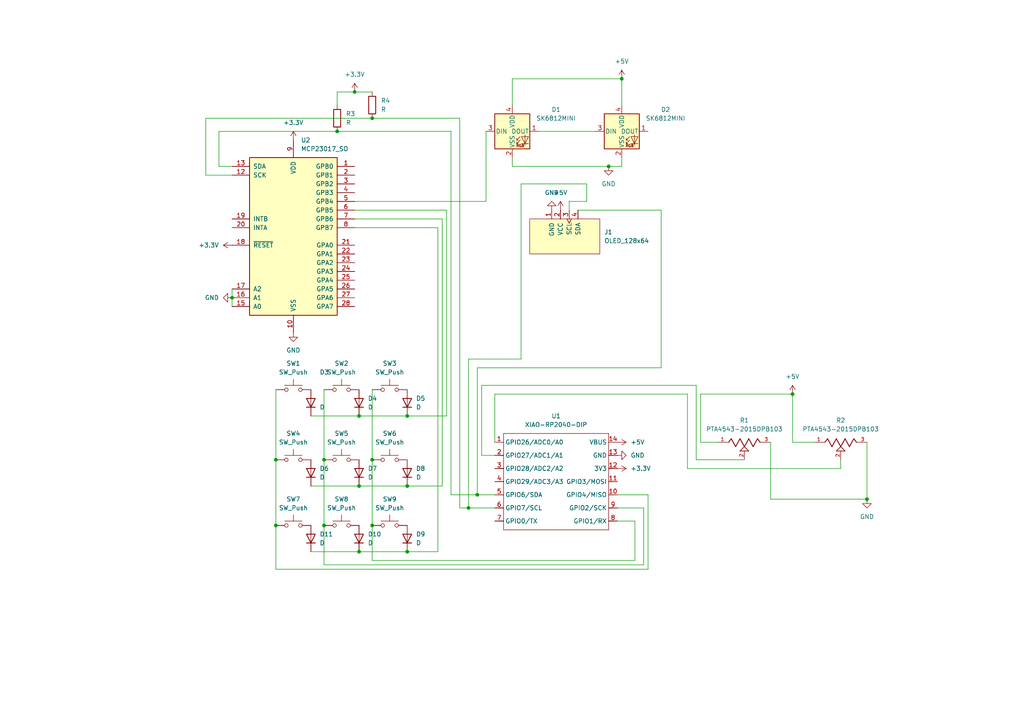
<source format=kicad_sch>
(kicad_sch
	(version 20231120)
	(generator "eeschema")
	(generator_version "8.0")
	(uuid "e1522ae7-0b20-41e1-8ad6-416849b6c727")
	(paper "A4")
	(lib_symbols
		(symbol "Device:D"
			(pin_numbers hide)
			(pin_names
				(offset 1.016) hide)
			(exclude_from_sim no)
			(in_bom yes)
			(on_board yes)
			(property "Reference" "D"
				(at 0 2.54 0)
				(effects
					(font
						(size 1.27 1.27)
					)
				)
			)
			(property "Value" "D"
				(at 0 -2.54 0)
				(effects
					(font
						(size 1.27 1.27)
					)
				)
			)
			(property "Footprint" ""
				(at 0 0 0)
				(effects
					(font
						(size 1.27 1.27)
					)
					(hide yes)
				)
			)
			(property "Datasheet" "~"
				(at 0 0 0)
				(effects
					(font
						(size 1.27 1.27)
					)
					(hide yes)
				)
			)
			(property "Description" "Diode"
				(at 0 0 0)
				(effects
					(font
						(size 1.27 1.27)
					)
					(hide yes)
				)
			)
			(property "Sim.Device" "D"
				(at 0 0 0)
				(effects
					(font
						(size 1.27 1.27)
					)
					(hide yes)
				)
			)
			(property "Sim.Pins" "1=K 2=A"
				(at 0 0 0)
				(effects
					(font
						(size 1.27 1.27)
					)
					(hide yes)
				)
			)
			(property "ki_keywords" "diode"
				(at 0 0 0)
				(effects
					(font
						(size 1.27 1.27)
					)
					(hide yes)
				)
			)
			(property "ki_fp_filters" "TO-???* *_Diode_* *SingleDiode* D_*"
				(at 0 0 0)
				(effects
					(font
						(size 1.27 1.27)
					)
					(hide yes)
				)
			)
			(symbol "D_0_1"
				(polyline
					(pts
						(xy -1.27 1.27) (xy -1.27 -1.27)
					)
					(stroke
						(width 0.254)
						(type default)
					)
					(fill
						(type none)
					)
				)
				(polyline
					(pts
						(xy 1.27 0) (xy -1.27 0)
					)
					(stroke
						(width 0)
						(type default)
					)
					(fill
						(type none)
					)
				)
				(polyline
					(pts
						(xy 1.27 1.27) (xy 1.27 -1.27) (xy -1.27 0) (xy 1.27 1.27)
					)
					(stroke
						(width 0.254)
						(type default)
					)
					(fill
						(type none)
					)
				)
			)
			(symbol "D_1_1"
				(pin passive line
					(at -3.81 0 0)
					(length 2.54)
					(name "K"
						(effects
							(font
								(size 1.27 1.27)
							)
						)
					)
					(number "1"
						(effects
							(font
								(size 1.27 1.27)
							)
						)
					)
				)
				(pin passive line
					(at 3.81 0 180)
					(length 2.54)
					(name "A"
						(effects
							(font
								(size 1.27 1.27)
							)
						)
					)
					(number "2"
						(effects
							(font
								(size 1.27 1.27)
							)
						)
					)
				)
			)
		)
		(symbol "Device:R"
			(pin_numbers hide)
			(pin_names
				(offset 0)
			)
			(exclude_from_sim no)
			(in_bom yes)
			(on_board yes)
			(property "Reference" "R"
				(at 2.032 0 90)
				(effects
					(font
						(size 1.27 1.27)
					)
				)
			)
			(property "Value" "R"
				(at 0 0 90)
				(effects
					(font
						(size 1.27 1.27)
					)
				)
			)
			(property "Footprint" ""
				(at -1.778 0 90)
				(effects
					(font
						(size 1.27 1.27)
					)
					(hide yes)
				)
			)
			(property "Datasheet" "~"
				(at 0 0 0)
				(effects
					(font
						(size 1.27 1.27)
					)
					(hide yes)
				)
			)
			(property "Description" "Resistor"
				(at 0 0 0)
				(effects
					(font
						(size 1.27 1.27)
					)
					(hide yes)
				)
			)
			(property "ki_keywords" "R res resistor"
				(at 0 0 0)
				(effects
					(font
						(size 1.27 1.27)
					)
					(hide yes)
				)
			)
			(property "ki_fp_filters" "R_*"
				(at 0 0 0)
				(effects
					(font
						(size 1.27 1.27)
					)
					(hide yes)
				)
			)
			(symbol "R_0_1"
				(rectangle
					(start -1.016 -2.54)
					(end 1.016 2.54)
					(stroke
						(width 0.254)
						(type default)
					)
					(fill
						(type none)
					)
				)
			)
			(symbol "R_1_1"
				(pin passive line
					(at 0 3.81 270)
					(length 1.27)
					(name "~"
						(effects
							(font
								(size 1.27 1.27)
							)
						)
					)
					(number "1"
						(effects
							(font
								(size 1.27 1.27)
							)
						)
					)
				)
				(pin passive line
					(at 0 -3.81 90)
					(length 1.27)
					(name "~"
						(effects
							(font
								(size 1.27 1.27)
							)
						)
					)
					(number "2"
						(effects
							(font
								(size 1.27 1.27)
							)
						)
					)
				)
			)
		)
		(symbol "Interface_Expansion:MCP23017_SO"
			(pin_names
				(offset 1.016)
			)
			(exclude_from_sim no)
			(in_bom yes)
			(on_board yes)
			(property "Reference" "U"
				(at -11.43 24.13 0)
				(effects
					(font
						(size 1.27 1.27)
					)
				)
			)
			(property "Value" "MCP23017_SO"
				(at 0 0 0)
				(effects
					(font
						(size 1.27 1.27)
					)
				)
			)
			(property "Footprint" "Package_SO:SOIC-28W_7.5x17.9mm_P1.27mm"
				(at 5.08 -25.4 0)
				(effects
					(font
						(size 1.27 1.27)
					)
					(justify left)
					(hide yes)
				)
			)
			(property "Datasheet" "https://ww1.microchip.com/downloads/aemDocuments/documents/APID/ProductDocuments/DataSheets/MCP23017-Data-Sheet-DS20001952.pdf"
				(at 5.08 -27.94 0)
				(effects
					(font
						(size 1.27 1.27)
					)
					(justify left)
					(hide yes)
				)
			)
			(property "Description" "16-bit I/O expander, I2C, interrupts, w pull-ups, GPA/B7 output only (https://microchip.my.site.com/s/article/GPA7---GPB7-Cannot-Be-Used-as-Inputs-In-MCP23017),  SOIC-28"
				(at 0 0 0)
				(effects
					(font
						(size 1.27 1.27)
					)
					(hide yes)
				)
			)
			(property "ki_keywords" "I2C parallel port expander"
				(at 0 0 0)
				(effects
					(font
						(size 1.27 1.27)
					)
					(hide yes)
				)
			)
			(property "ki_fp_filters" "SOIC*7.5x17.9mm*P1.27mm*"
				(at 0 0 0)
				(effects
					(font
						(size 1.27 1.27)
					)
					(hide yes)
				)
			)
			(symbol "MCP23017_SO_0_1"
				(rectangle
					(start -12.7 22.86)
					(end 12.7 -22.86)
					(stroke
						(width 0.254)
						(type default)
					)
					(fill
						(type background)
					)
				)
			)
			(symbol "MCP23017_SO_1_1"
				(pin bidirectional line
					(at 17.78 20.32 180)
					(length 5.08)
					(name "GPB0"
						(effects
							(font
								(size 1.27 1.27)
							)
						)
					)
					(number "1"
						(effects
							(font
								(size 1.27 1.27)
							)
						)
					)
				)
				(pin power_in line
					(at 0 -27.94 90)
					(length 5.08)
					(name "VSS"
						(effects
							(font
								(size 1.27 1.27)
							)
						)
					)
					(number "10"
						(effects
							(font
								(size 1.27 1.27)
							)
						)
					)
				)
				(pin no_connect line
					(at -12.7 15.24 0)
					(length 5.08) hide
					(name "NC"
						(effects
							(font
								(size 1.27 1.27)
							)
						)
					)
					(number "11"
						(effects
							(font
								(size 1.27 1.27)
							)
						)
					)
				)
				(pin input line
					(at -17.78 17.78 0)
					(length 5.08)
					(name "SCK"
						(effects
							(font
								(size 1.27 1.27)
							)
						)
					)
					(number "12"
						(effects
							(font
								(size 1.27 1.27)
							)
						)
					)
				)
				(pin bidirectional line
					(at -17.78 20.32 0)
					(length 5.08)
					(name "SDA"
						(effects
							(font
								(size 1.27 1.27)
							)
						)
					)
					(number "13"
						(effects
							(font
								(size 1.27 1.27)
							)
						)
					)
				)
				(pin no_connect line
					(at -12.7 12.7 0)
					(length 5.08) hide
					(name "NC"
						(effects
							(font
								(size 1.27 1.27)
							)
						)
					)
					(number "14"
						(effects
							(font
								(size 1.27 1.27)
							)
						)
					)
				)
				(pin input line
					(at -17.78 -20.32 0)
					(length 5.08)
					(name "A0"
						(effects
							(font
								(size 1.27 1.27)
							)
						)
					)
					(number "15"
						(effects
							(font
								(size 1.27 1.27)
							)
						)
					)
				)
				(pin input line
					(at -17.78 -17.78 0)
					(length 5.08)
					(name "A1"
						(effects
							(font
								(size 1.27 1.27)
							)
						)
					)
					(number "16"
						(effects
							(font
								(size 1.27 1.27)
							)
						)
					)
				)
				(pin input line
					(at -17.78 -15.24 0)
					(length 5.08)
					(name "A2"
						(effects
							(font
								(size 1.27 1.27)
							)
						)
					)
					(number "17"
						(effects
							(font
								(size 1.27 1.27)
							)
						)
					)
				)
				(pin input line
					(at -17.78 -2.54 0)
					(length 5.08)
					(name "~{RESET}"
						(effects
							(font
								(size 1.27 1.27)
							)
						)
					)
					(number "18"
						(effects
							(font
								(size 1.27 1.27)
							)
						)
					)
				)
				(pin tri_state line
					(at -17.78 5.08 0)
					(length 5.08)
					(name "INTB"
						(effects
							(font
								(size 1.27 1.27)
							)
						)
					)
					(number "19"
						(effects
							(font
								(size 1.27 1.27)
							)
						)
					)
				)
				(pin bidirectional line
					(at 17.78 17.78 180)
					(length 5.08)
					(name "GPB1"
						(effects
							(font
								(size 1.27 1.27)
							)
						)
					)
					(number "2"
						(effects
							(font
								(size 1.27 1.27)
							)
						)
					)
				)
				(pin tri_state line
					(at -17.78 2.54 0)
					(length 5.08)
					(name "INTA"
						(effects
							(font
								(size 1.27 1.27)
							)
						)
					)
					(number "20"
						(effects
							(font
								(size 1.27 1.27)
							)
						)
					)
				)
				(pin bidirectional line
					(at 17.78 -2.54 180)
					(length 5.08)
					(name "GPA0"
						(effects
							(font
								(size 1.27 1.27)
							)
						)
					)
					(number "21"
						(effects
							(font
								(size 1.27 1.27)
							)
						)
					)
				)
				(pin bidirectional line
					(at 17.78 -5.08 180)
					(length 5.08)
					(name "GPA1"
						(effects
							(font
								(size 1.27 1.27)
							)
						)
					)
					(number "22"
						(effects
							(font
								(size 1.27 1.27)
							)
						)
					)
				)
				(pin bidirectional line
					(at 17.78 -7.62 180)
					(length 5.08)
					(name "GPA2"
						(effects
							(font
								(size 1.27 1.27)
							)
						)
					)
					(number "23"
						(effects
							(font
								(size 1.27 1.27)
							)
						)
					)
				)
				(pin bidirectional line
					(at 17.78 -10.16 180)
					(length 5.08)
					(name "GPA3"
						(effects
							(font
								(size 1.27 1.27)
							)
						)
					)
					(number "24"
						(effects
							(font
								(size 1.27 1.27)
							)
						)
					)
				)
				(pin bidirectional line
					(at 17.78 -12.7 180)
					(length 5.08)
					(name "GPA4"
						(effects
							(font
								(size 1.27 1.27)
							)
						)
					)
					(number "25"
						(effects
							(font
								(size 1.27 1.27)
							)
						)
					)
				)
				(pin bidirectional line
					(at 17.78 -15.24 180)
					(length 5.08)
					(name "GPA5"
						(effects
							(font
								(size 1.27 1.27)
							)
						)
					)
					(number "26"
						(effects
							(font
								(size 1.27 1.27)
							)
						)
					)
				)
				(pin bidirectional line
					(at 17.78 -17.78 180)
					(length 5.08)
					(name "GPA6"
						(effects
							(font
								(size 1.27 1.27)
							)
						)
					)
					(number "27"
						(effects
							(font
								(size 1.27 1.27)
							)
						)
					)
				)
				(pin output line
					(at 17.78 -20.32 180)
					(length 5.08)
					(name "GPA7"
						(effects
							(font
								(size 1.27 1.27)
							)
						)
					)
					(number "28"
						(effects
							(font
								(size 1.27 1.27)
							)
						)
					)
				)
				(pin bidirectional line
					(at 17.78 15.24 180)
					(length 5.08)
					(name "GPB2"
						(effects
							(font
								(size 1.27 1.27)
							)
						)
					)
					(number "3"
						(effects
							(font
								(size 1.27 1.27)
							)
						)
					)
				)
				(pin bidirectional line
					(at 17.78 12.7 180)
					(length 5.08)
					(name "GPB3"
						(effects
							(font
								(size 1.27 1.27)
							)
						)
					)
					(number "4"
						(effects
							(font
								(size 1.27 1.27)
							)
						)
					)
				)
				(pin bidirectional line
					(at 17.78 10.16 180)
					(length 5.08)
					(name "GPB4"
						(effects
							(font
								(size 1.27 1.27)
							)
						)
					)
					(number "5"
						(effects
							(font
								(size 1.27 1.27)
							)
						)
					)
				)
				(pin bidirectional line
					(at 17.78 7.62 180)
					(length 5.08)
					(name "GPB5"
						(effects
							(font
								(size 1.27 1.27)
							)
						)
					)
					(number "6"
						(effects
							(font
								(size 1.27 1.27)
							)
						)
					)
				)
				(pin bidirectional line
					(at 17.78 5.08 180)
					(length 5.08)
					(name "GPB6"
						(effects
							(font
								(size 1.27 1.27)
							)
						)
					)
					(number "7"
						(effects
							(font
								(size 1.27 1.27)
							)
						)
					)
				)
				(pin output line
					(at 17.78 2.54 180)
					(length 5.08)
					(name "GPB7"
						(effects
							(font
								(size 1.27 1.27)
							)
						)
					)
					(number "8"
						(effects
							(font
								(size 1.27 1.27)
							)
						)
					)
				)
				(pin power_in line
					(at 0 27.94 270)
					(length 5.08)
					(name "VDD"
						(effects
							(font
								(size 1.27 1.27)
							)
						)
					)
					(number "9"
						(effects
							(font
								(size 1.27 1.27)
							)
						)
					)
				)
			)
		)
		(symbol "LED:SK6812MINI"
			(pin_names
				(offset 0.254)
			)
			(exclude_from_sim no)
			(in_bom yes)
			(on_board yes)
			(property "Reference" "D"
				(at 5.08 5.715 0)
				(effects
					(font
						(size 1.27 1.27)
					)
					(justify right bottom)
				)
			)
			(property "Value" "SK6812MINI"
				(at 1.27 -5.715 0)
				(effects
					(font
						(size 1.27 1.27)
					)
					(justify left top)
				)
			)
			(property "Footprint" "LED_SMD:LED_SK6812MINI_PLCC4_3.5x3.5mm_P1.75mm"
				(at 1.27 -7.62 0)
				(effects
					(font
						(size 1.27 1.27)
					)
					(justify left top)
					(hide yes)
				)
			)
			(property "Datasheet" "https://cdn-shop.adafruit.com/product-files/2686/SK6812MINI_REV.01-1-2.pdf"
				(at 2.54 -9.525 0)
				(effects
					(font
						(size 1.27 1.27)
					)
					(justify left top)
					(hide yes)
				)
			)
			(property "Description" "RGB LED with integrated controller"
				(at 0 0 0)
				(effects
					(font
						(size 1.27 1.27)
					)
					(hide yes)
				)
			)
			(property "ki_keywords" "RGB LED NeoPixel Mini addressable"
				(at 0 0 0)
				(effects
					(font
						(size 1.27 1.27)
					)
					(hide yes)
				)
			)
			(property "ki_fp_filters" "LED*SK6812MINI*PLCC*3.5x3.5mm*P1.75mm*"
				(at 0 0 0)
				(effects
					(font
						(size 1.27 1.27)
					)
					(hide yes)
				)
			)
			(symbol "SK6812MINI_0_0"
				(text "RGB"
					(at 2.286 -4.191 0)
					(effects
						(font
							(size 0.762 0.762)
						)
					)
				)
			)
			(symbol "SK6812MINI_0_1"
				(polyline
					(pts
						(xy 1.27 -3.556) (xy 1.778 -3.556)
					)
					(stroke
						(width 0)
						(type default)
					)
					(fill
						(type none)
					)
				)
				(polyline
					(pts
						(xy 1.27 -2.54) (xy 1.778 -2.54)
					)
					(stroke
						(width 0)
						(type default)
					)
					(fill
						(type none)
					)
				)
				(polyline
					(pts
						(xy 4.699 -3.556) (xy 2.667 -3.556)
					)
					(stroke
						(width 0)
						(type default)
					)
					(fill
						(type none)
					)
				)
				(polyline
					(pts
						(xy 2.286 -2.54) (xy 1.27 -3.556) (xy 1.27 -3.048)
					)
					(stroke
						(width 0)
						(type default)
					)
					(fill
						(type none)
					)
				)
				(polyline
					(pts
						(xy 2.286 -1.524) (xy 1.27 -2.54) (xy 1.27 -2.032)
					)
					(stroke
						(width 0)
						(type default)
					)
					(fill
						(type none)
					)
				)
				(polyline
					(pts
						(xy 3.683 -1.016) (xy 3.683 -3.556) (xy 3.683 -4.064)
					)
					(stroke
						(width 0)
						(type default)
					)
					(fill
						(type none)
					)
				)
				(polyline
					(pts
						(xy 4.699 -1.524) (xy 2.667 -1.524) (xy 3.683 -3.556) (xy 4.699 -1.524)
					)
					(stroke
						(width 0)
						(type default)
					)
					(fill
						(type none)
					)
				)
				(rectangle
					(start 5.08 5.08)
					(end -5.08 -5.08)
					(stroke
						(width 0.254)
						(type default)
					)
					(fill
						(type background)
					)
				)
			)
			(symbol "SK6812MINI_1_1"
				(pin output line
					(at 7.62 0 180)
					(length 2.54)
					(name "DOUT"
						(effects
							(font
								(size 1.27 1.27)
							)
						)
					)
					(number "1"
						(effects
							(font
								(size 1.27 1.27)
							)
						)
					)
				)
				(pin power_in line
					(at 0 -7.62 90)
					(length 2.54)
					(name "VSS"
						(effects
							(font
								(size 1.27 1.27)
							)
						)
					)
					(number "2"
						(effects
							(font
								(size 1.27 1.27)
							)
						)
					)
				)
				(pin input line
					(at -7.62 0 0)
					(length 2.54)
					(name "DIN"
						(effects
							(font
								(size 1.27 1.27)
							)
						)
					)
					(number "3"
						(effects
							(font
								(size 1.27 1.27)
							)
						)
					)
				)
				(pin power_in line
					(at 0 7.62 270)
					(length 2.54)
					(name "VDD"
						(effects
							(font
								(size 1.27 1.27)
							)
						)
					)
					(number "4"
						(effects
							(font
								(size 1.27 1.27)
							)
						)
					)
				)
			)
		)
		(symbol "OPL:XIAO-RP2040-DIP"
			(exclude_from_sim no)
			(in_bom yes)
			(on_board yes)
			(property "Reference" "U"
				(at 0 0 0)
				(effects
					(font
						(size 1.27 1.27)
					)
				)
			)
			(property "Value" "XIAO-RP2040-DIP"
				(at 5.334 -1.778 0)
				(effects
					(font
						(size 1.27 1.27)
					)
				)
			)
			(property "Footprint" "Module:MOUDLE14P-XIAO-DIP-SMD"
				(at 14.478 -32.258 0)
				(effects
					(font
						(size 1.27 1.27)
					)
					(hide yes)
				)
			)
			(property "Datasheet" ""
				(at 0 0 0)
				(effects
					(font
						(size 1.27 1.27)
					)
					(hide yes)
				)
			)
			(property "Description" ""
				(at 0 0 0)
				(effects
					(font
						(size 1.27 1.27)
					)
					(hide yes)
				)
			)
			(symbol "XIAO-RP2040-DIP_1_0"
				(polyline
					(pts
						(xy -1.27 -30.48) (xy -1.27 -16.51)
					)
					(stroke
						(width 0.1524)
						(type solid)
					)
					(fill
						(type none)
					)
				)
				(polyline
					(pts
						(xy -1.27 -27.94) (xy -2.54 -27.94)
					)
					(stroke
						(width 0.1524)
						(type solid)
					)
					(fill
						(type none)
					)
				)
				(polyline
					(pts
						(xy -1.27 -24.13) (xy -2.54 -24.13)
					)
					(stroke
						(width 0.1524)
						(type solid)
					)
					(fill
						(type none)
					)
				)
				(polyline
					(pts
						(xy -1.27 -20.32) (xy -2.54 -20.32)
					)
					(stroke
						(width 0.1524)
						(type solid)
					)
					(fill
						(type none)
					)
				)
				(polyline
					(pts
						(xy -1.27 -16.51) (xy -2.54 -16.51)
					)
					(stroke
						(width 0.1524)
						(type solid)
					)
					(fill
						(type none)
					)
				)
				(polyline
					(pts
						(xy -1.27 -16.51) (xy -1.27 -12.7)
					)
					(stroke
						(width 0.1524)
						(type solid)
					)
					(fill
						(type none)
					)
				)
				(polyline
					(pts
						(xy -1.27 -12.7) (xy -2.54 -12.7)
					)
					(stroke
						(width 0.1524)
						(type solid)
					)
					(fill
						(type none)
					)
				)
				(polyline
					(pts
						(xy -1.27 -12.7) (xy -1.27 -8.89)
					)
					(stroke
						(width 0.1524)
						(type solid)
					)
					(fill
						(type none)
					)
				)
				(polyline
					(pts
						(xy -1.27 -8.89) (xy -2.54 -8.89)
					)
					(stroke
						(width 0.1524)
						(type solid)
					)
					(fill
						(type none)
					)
				)
				(polyline
					(pts
						(xy -1.27 -8.89) (xy -1.27 -5.08)
					)
					(stroke
						(width 0.1524)
						(type solid)
					)
					(fill
						(type none)
					)
				)
				(polyline
					(pts
						(xy -1.27 -5.08) (xy -2.54 -5.08)
					)
					(stroke
						(width 0.1524)
						(type solid)
					)
					(fill
						(type none)
					)
				)
				(polyline
					(pts
						(xy -1.27 -5.08) (xy -1.27 -2.54)
					)
					(stroke
						(width 0.1524)
						(type solid)
					)
					(fill
						(type none)
					)
				)
				(polyline
					(pts
						(xy -1.27 -2.54) (xy 29.21 -2.54)
					)
					(stroke
						(width 0.1524)
						(type solid)
					)
					(fill
						(type none)
					)
				)
				(polyline
					(pts
						(xy 29.21 -30.48) (xy -1.27 -30.48)
					)
					(stroke
						(width 0.1524)
						(type solid)
					)
					(fill
						(type none)
					)
				)
				(polyline
					(pts
						(xy 29.21 -12.7) (xy 29.21 -30.48)
					)
					(stroke
						(width 0.1524)
						(type solid)
					)
					(fill
						(type none)
					)
				)
				(polyline
					(pts
						(xy 29.21 -8.89) (xy 29.21 -12.7)
					)
					(stroke
						(width 0.1524)
						(type solid)
					)
					(fill
						(type none)
					)
				)
				(polyline
					(pts
						(xy 29.21 -5.08) (xy 29.21 -8.89)
					)
					(stroke
						(width 0.1524)
						(type solid)
					)
					(fill
						(type none)
					)
				)
				(polyline
					(pts
						(xy 29.21 -2.54) (xy 29.21 -5.08)
					)
					(stroke
						(width 0.1524)
						(type solid)
					)
					(fill
						(type none)
					)
				)
				(polyline
					(pts
						(xy 30.48 -27.94) (xy 29.21 -27.94)
					)
					(stroke
						(width 0.1524)
						(type solid)
					)
					(fill
						(type none)
					)
				)
				(polyline
					(pts
						(xy 30.48 -24.13) (xy 29.21 -24.13)
					)
					(stroke
						(width 0.1524)
						(type solid)
					)
					(fill
						(type none)
					)
				)
				(polyline
					(pts
						(xy 30.48 -20.32) (xy 29.21 -20.32)
					)
					(stroke
						(width 0.1524)
						(type solid)
					)
					(fill
						(type none)
					)
				)
				(polyline
					(pts
						(xy 30.48 -16.51) (xy 29.21 -16.51)
					)
					(stroke
						(width 0.1524)
						(type solid)
					)
					(fill
						(type none)
					)
				)
				(polyline
					(pts
						(xy 30.48 -12.7) (xy 29.21 -12.7)
					)
					(stroke
						(width 0.1524)
						(type solid)
					)
					(fill
						(type none)
					)
				)
				(polyline
					(pts
						(xy 30.48 -8.89) (xy 29.21 -8.89)
					)
					(stroke
						(width 0.1524)
						(type solid)
					)
					(fill
						(type none)
					)
				)
				(polyline
					(pts
						(xy 30.48 -5.08) (xy 29.21 -5.08)
					)
					(stroke
						(width 0.1524)
						(type solid)
					)
					(fill
						(type none)
					)
				)
				(pin passive line
					(at -3.81 -5.08 0)
					(length 2.54)
					(name "GPIO26/ADC0/A0"
						(effects
							(font
								(size 1.27 1.27)
							)
						)
					)
					(number "1"
						(effects
							(font
								(size 1.27 1.27)
							)
						)
					)
				)
				(pin passive line
					(at 31.75 -20.32 180)
					(length 2.54)
					(name "GPIO4/MISO"
						(effects
							(font
								(size 1.27 1.27)
							)
						)
					)
					(number "10"
						(effects
							(font
								(size 1.27 1.27)
							)
						)
					)
				)
				(pin passive line
					(at 31.75 -16.51 180)
					(length 2.54)
					(name "GPIO3/MOSI"
						(effects
							(font
								(size 1.27 1.27)
							)
						)
					)
					(number "11"
						(effects
							(font
								(size 1.27 1.27)
							)
						)
					)
				)
				(pin passive line
					(at 31.75 -12.7 180)
					(length 2.54)
					(name "3V3"
						(effects
							(font
								(size 1.27 1.27)
							)
						)
					)
					(number "12"
						(effects
							(font
								(size 1.27 1.27)
							)
						)
					)
				)
				(pin passive line
					(at 31.75 -8.89 180)
					(length 2.54)
					(name "GND"
						(effects
							(font
								(size 1.27 1.27)
							)
						)
					)
					(number "13"
						(effects
							(font
								(size 1.27 1.27)
							)
						)
					)
				)
				(pin passive line
					(at 31.75 -5.08 180)
					(length 2.54)
					(name "VBUS"
						(effects
							(font
								(size 1.27 1.27)
							)
						)
					)
					(number "14"
						(effects
							(font
								(size 1.27 1.27)
							)
						)
					)
				)
				(pin passive line
					(at -3.81 -8.89 0)
					(length 2.54)
					(name "GPIO27/ADC1/A1"
						(effects
							(font
								(size 1.27 1.27)
							)
						)
					)
					(number "2"
						(effects
							(font
								(size 1.27 1.27)
							)
						)
					)
				)
				(pin passive line
					(at -3.81 -12.7 0)
					(length 2.54)
					(name "GPIO28/ADC2/A2"
						(effects
							(font
								(size 1.27 1.27)
							)
						)
					)
					(number "3"
						(effects
							(font
								(size 1.27 1.27)
							)
						)
					)
				)
				(pin passive line
					(at -3.81 -16.51 0)
					(length 2.54)
					(name "GPIO29/ADC3/A3"
						(effects
							(font
								(size 1.27 1.27)
							)
						)
					)
					(number "4"
						(effects
							(font
								(size 1.27 1.27)
							)
						)
					)
				)
				(pin passive line
					(at -3.81 -20.32 0)
					(length 2.54)
					(name "GPIO6/SDA"
						(effects
							(font
								(size 1.27 1.27)
							)
						)
					)
					(number "5"
						(effects
							(font
								(size 1.27 1.27)
							)
						)
					)
				)
				(pin passive line
					(at -3.81 -24.13 0)
					(length 2.54)
					(name "GPIO7/SCL"
						(effects
							(font
								(size 1.27 1.27)
							)
						)
					)
					(number "6"
						(effects
							(font
								(size 1.27 1.27)
							)
						)
					)
				)
				(pin passive line
					(at -3.81 -27.94 0)
					(length 2.54)
					(name "GPIO0/TX"
						(effects
							(font
								(size 1.27 1.27)
							)
						)
					)
					(number "7"
						(effects
							(font
								(size 1.27 1.27)
							)
						)
					)
				)
				(pin passive line
					(at 31.75 -27.94 180)
					(length 2.54)
					(name "GPIO1/RX"
						(effects
							(font
								(size 1.27 1.27)
							)
						)
					)
					(number "8"
						(effects
							(font
								(size 1.27 1.27)
							)
						)
					)
				)
				(pin passive line
					(at 31.75 -24.13 180)
					(length 2.54)
					(name "GPIO2/SCK"
						(effects
							(font
								(size 1.27 1.27)
							)
						)
					)
					(number "9"
						(effects
							(font
								(size 1.27 1.27)
							)
						)
					)
				)
			)
		)
		(symbol "SLIDE:PTA4543-2015DPB103"
			(pin_names
				(offset 1.016)
			)
			(exclude_from_sim no)
			(in_bom yes)
			(on_board yes)
			(property "Reference" "R"
				(at -5.08 5.08 0)
				(effects
					(font
						(size 1.27 1.27)
					)
					(justify left bottom)
				)
			)
			(property "Value" "PTA4543-2015DPB103"
				(at -5.08 2.54 0)
				(effects
					(font
						(size 1.27 1.27)
					)
					(justify left bottom)
				)
			)
			(property "Footprint" "PTA4543-2015DPB103:TRIM_PTA4543-2015DPB103"
				(at 0 0 0)
				(effects
					(font
						(size 1.27 1.27)
					)
					(justify bottom)
					(hide yes)
				)
			)
			(property "Datasheet" ""
				(at 0 0 0)
				(effects
					(font
						(size 1.27 1.27)
					)
					(hide yes)
				)
			)
			(property "Description" ""
				(at 0 0 0)
				(effects
					(font
						(size 1.27 1.27)
					)
					(hide yes)
				)
			)
			(property "MF" "Bourns"
				(at 0 0 0)
				(effects
					(font
						(size 1.27 1.27)
					)
					(justify bottom)
					(hide yes)
				)
			)
			(property "MAXIMUM_PACKAGE_HEIGHT" "21.5 mm"
				(at 0 0 0)
				(effects
					(font
						(size 1.27 1.27)
					)
					(justify bottom)
					(hide yes)
				)
			)
			(property "Package" "None"
				(at 0 0 0)
				(effects
					(font
						(size 1.27 1.27)
					)
					(justify bottom)
					(hide yes)
				)
			)
			(property "Price" "None"
				(at 0 0 0)
				(effects
					(font
						(size 1.27 1.27)
					)
					(justify bottom)
					(hide yes)
				)
			)
			(property "Check_prices" "https://www.snapeda.com/parts/PTA4543-2015DPB103/Bourns/view-part/?ref=eda"
				(at 0 0 0)
				(effects
					(font
						(size 1.27 1.27)
					)
					(justify bottom)
					(hide yes)
				)
			)
			(property "STANDARD" "Manufacturer Recommendations"
				(at 0 0 0)
				(effects
					(font
						(size 1.27 1.27)
					)
					(justify bottom)
					(hide yes)
				)
			)
			(property "PARTREV" "04/21"
				(at 0 0 0)
				(effects
					(font
						(size 1.27 1.27)
					)
					(justify bottom)
					(hide yes)
				)
			)
			(property "SnapEDA_Link" "https://www.snapeda.com/parts/PTA4543-2015DPB103/Bourns/view-part/?ref=snap"
				(at 0 0 0)
				(effects
					(font
						(size 1.27 1.27)
					)
					(justify bottom)
					(hide yes)
				)
			)
			(property "MP" "PTA4543-2015DPB103"
				(at 0 0 0)
				(effects
					(font
						(size 1.27 1.27)
					)
					(justify bottom)
					(hide yes)
				)
			)
			(property "Description_1" "\n                        \n                            PTA Series, Linear Potentiometer, 10kOhms, +/-20%, 0.25W, Through Hole | Bourns PTA4543-2015DPB103\n                        \n"
				(at 0 0 0)
				(effects
					(font
						(size 1.27 1.27)
					)
					(justify bottom)
					(hide yes)
				)
			)
			(property "MANUFACTURER" "Bourns"
				(at 0 0 0)
				(effects
					(font
						(size 1.27 1.27)
					)
					(justify bottom)
					(hide yes)
				)
			)
			(property "Availability" "In Stock"
				(at 0 0 0)
				(effects
					(font
						(size 1.27 1.27)
					)
					(justify bottom)
					(hide yes)
				)
			)
			(property "SNAPEDA_PN" "PTA4543-2015DPB103"
				(at 0 0 0)
				(effects
					(font
						(size 1.27 1.27)
					)
					(justify bottom)
					(hide yes)
				)
			)
			(symbol "PTA4543-2015DPB103_0_0"
				(polyline
					(pts
						(xy -5.08 0) (xy -4.572 0)
					)
					(stroke
						(width 0.1524)
						(type default)
					)
					(fill
						(type none)
					)
				)
				(polyline
					(pts
						(xy -4.572 0) (xy -3.81 1.016)
					)
					(stroke
						(width 0.254)
						(type default)
					)
					(fill
						(type none)
					)
				)
				(polyline
					(pts
						(xy -3.81 1.016) (xy -2.54 -1.27)
					)
					(stroke
						(width 0.254)
						(type default)
					)
					(fill
						(type none)
					)
				)
				(polyline
					(pts
						(xy -2.54 -1.27) (xy -1.27 1.016)
					)
					(stroke
						(width 0.254)
						(type default)
					)
					(fill
						(type none)
					)
				)
				(polyline
					(pts
						(xy -1.27 -2.54) (xy 0 -1.27)
					)
					(stroke
						(width 0.2032)
						(type default)
					)
					(fill
						(type none)
					)
				)
				(polyline
					(pts
						(xy -1.27 1.016) (xy 0 -1.27)
					)
					(stroke
						(width 0.254)
						(type default)
					)
					(fill
						(type none)
					)
				)
				(polyline
					(pts
						(xy 0 -1.27) (xy 1.27 -2.54)
					)
					(stroke
						(width 0.2032)
						(type default)
					)
					(fill
						(type none)
					)
				)
				(polyline
					(pts
						(xy 0 -1.27) (xy 1.27 1.016)
					)
					(stroke
						(width 0.254)
						(type default)
					)
					(fill
						(type none)
					)
				)
				(polyline
					(pts
						(xy 1.27 -2.54) (xy -1.27 -2.54)
					)
					(stroke
						(width 0.2032)
						(type default)
					)
					(fill
						(type none)
					)
				)
				(polyline
					(pts
						(xy 1.27 1.016) (xy 2.54 -1.27)
					)
					(stroke
						(width 0.254)
						(type default)
					)
					(fill
						(type none)
					)
				)
				(polyline
					(pts
						(xy 2.54 -1.27) (xy 3.81 1.016)
					)
					(stroke
						(width 0.254)
						(type default)
					)
					(fill
						(type none)
					)
				)
				(polyline
					(pts
						(xy 3.81 1.016) (xy 4.572 0)
					)
					(stroke
						(width 0.254)
						(type default)
					)
					(fill
						(type none)
					)
				)
				(polyline
					(pts
						(xy 4.572 0) (xy 5.08 0)
					)
					(stroke
						(width 0.1524)
						(type default)
					)
					(fill
						(type none)
					)
				)
				(pin passive line
					(at -7.62 0 0)
					(length 2.54)
					(name "~"
						(effects
							(font
								(size 1.016 1.016)
							)
						)
					)
					(number "1"
						(effects
							(font
								(size 1.016 1.016)
							)
						)
					)
				)
				(pin passive line
					(at 0 -5.08 90)
					(length 2.54)
					(name "~"
						(effects
							(font
								(size 1.016 1.016)
							)
						)
					)
					(number "2"
						(effects
							(font
								(size 1.016 1.016)
							)
						)
					)
				)
				(pin passive line
					(at 7.62 0 180)
					(length 2.54)
					(name "~"
						(effects
							(font
								(size 1.016 1.016)
							)
						)
					)
					(number "3"
						(effects
							(font
								(size 1.016 1.016)
							)
						)
					)
				)
			)
		)
		(symbol "ScottoKeebs:OLED_128x64"
			(pin_names
				(offset 1.016)
			)
			(exclude_from_sim no)
			(in_bom yes)
			(on_board yes)
			(property "Reference" "J"
				(at 0 -11.43 0)
				(effects
					(font
						(size 1.27 1.27)
					)
				)
			)
			(property "Value" "OLED_128x64"
				(at 0 -7.62 0)
				(effects
					(font
						(size 1.27 1.27)
					)
				)
			)
			(property "Footprint" "ScottoKeebs_Components:OLED_128x64"
				(at 0 -13.97 0)
				(effects
					(font
						(size 1.27 1.27)
					)
					(hide yes)
				)
			)
			(property "Datasheet" ""
				(at 1.27 0 90)
				(effects
					(font
						(size 1.27 1.27)
					)
					(hide yes)
				)
			)
			(property "Description" ""
				(at 0 0 0)
				(effects
					(font
						(size 1.27 1.27)
					)
					(hide yes)
				)
			)
			(symbol "OLED_128x64_0_1"
				(rectangle
					(start 10.16 -10.16)
					(end -10.16 0)
					(stroke
						(width 0)
						(type default)
					)
					(fill
						(type background)
					)
				)
			)
			(symbol "OLED_128x64_1_1"
				(pin power_in line
					(at -3.81 2.54 270)
					(length 2.54)
					(name "GND"
						(effects
							(font
								(size 1.27 1.27)
							)
						)
					)
					(number "1"
						(effects
							(font
								(size 1.27 1.27)
							)
						)
					)
				)
				(pin power_in line
					(at -1.27 2.54 270)
					(length 2.54)
					(name "VCC"
						(effects
							(font
								(size 1.27 1.27)
							)
						)
					)
					(number "2"
						(effects
							(font
								(size 1.27 1.27)
							)
						)
					)
				)
				(pin input clock
					(at 1.27 2.54 270)
					(length 2.54)
					(name "SCL"
						(effects
							(font
								(size 1.27 1.27)
							)
						)
					)
					(number "3"
						(effects
							(font
								(size 1.27 1.27)
							)
						)
					)
				)
				(pin bidirectional line
					(at 3.81 2.54 270)
					(length 2.54)
					(name "SDA"
						(effects
							(font
								(size 1.27 1.27)
							)
						)
					)
					(number "4"
						(effects
							(font
								(size 1.27 1.27)
							)
						)
					)
				)
			)
		)
		(symbol "Switch:SW_Push"
			(pin_numbers hide)
			(pin_names
				(offset 1.016) hide)
			(exclude_from_sim no)
			(in_bom yes)
			(on_board yes)
			(property "Reference" "SW"
				(at 1.27 2.54 0)
				(effects
					(font
						(size 1.27 1.27)
					)
					(justify left)
				)
			)
			(property "Value" "SW_Push"
				(at 0 -1.524 0)
				(effects
					(font
						(size 1.27 1.27)
					)
				)
			)
			(property "Footprint" ""
				(at 0 5.08 0)
				(effects
					(font
						(size 1.27 1.27)
					)
					(hide yes)
				)
			)
			(property "Datasheet" "~"
				(at 0 5.08 0)
				(effects
					(font
						(size 1.27 1.27)
					)
					(hide yes)
				)
			)
			(property "Description" "Push button switch, generic, two pins"
				(at 0 0 0)
				(effects
					(font
						(size 1.27 1.27)
					)
					(hide yes)
				)
			)
			(property "ki_keywords" "switch normally-open pushbutton push-button"
				(at 0 0 0)
				(effects
					(font
						(size 1.27 1.27)
					)
					(hide yes)
				)
			)
			(symbol "SW_Push_0_1"
				(circle
					(center -2.032 0)
					(radius 0.508)
					(stroke
						(width 0)
						(type default)
					)
					(fill
						(type none)
					)
				)
				(polyline
					(pts
						(xy 0 1.27) (xy 0 3.048)
					)
					(stroke
						(width 0)
						(type default)
					)
					(fill
						(type none)
					)
				)
				(polyline
					(pts
						(xy 2.54 1.27) (xy -2.54 1.27)
					)
					(stroke
						(width 0)
						(type default)
					)
					(fill
						(type none)
					)
				)
				(circle
					(center 2.032 0)
					(radius 0.508)
					(stroke
						(width 0)
						(type default)
					)
					(fill
						(type none)
					)
				)
				(pin passive line
					(at -5.08 0 0)
					(length 2.54)
					(name "1"
						(effects
							(font
								(size 1.27 1.27)
							)
						)
					)
					(number "1"
						(effects
							(font
								(size 1.27 1.27)
							)
						)
					)
				)
				(pin passive line
					(at 5.08 0 180)
					(length 2.54)
					(name "2"
						(effects
							(font
								(size 1.27 1.27)
							)
						)
					)
					(number "2"
						(effects
							(font
								(size 1.27 1.27)
							)
						)
					)
				)
			)
		)
		(symbol "power:+3.3V"
			(power)
			(pin_numbers hide)
			(pin_names
				(offset 0) hide)
			(exclude_from_sim no)
			(in_bom yes)
			(on_board yes)
			(property "Reference" "#PWR"
				(at 0 -3.81 0)
				(effects
					(font
						(size 1.27 1.27)
					)
					(hide yes)
				)
			)
			(property "Value" "+3.3V"
				(at 0 3.556 0)
				(effects
					(font
						(size 1.27 1.27)
					)
				)
			)
			(property "Footprint" ""
				(at 0 0 0)
				(effects
					(font
						(size 1.27 1.27)
					)
					(hide yes)
				)
			)
			(property "Datasheet" ""
				(at 0 0 0)
				(effects
					(font
						(size 1.27 1.27)
					)
					(hide yes)
				)
			)
			(property "Description" "Power symbol creates a global label with name \"+3.3V\""
				(at 0 0 0)
				(effects
					(font
						(size 1.27 1.27)
					)
					(hide yes)
				)
			)
			(property "ki_keywords" "global power"
				(at 0 0 0)
				(effects
					(font
						(size 1.27 1.27)
					)
					(hide yes)
				)
			)
			(symbol "+3.3V_0_1"
				(polyline
					(pts
						(xy -0.762 1.27) (xy 0 2.54)
					)
					(stroke
						(width 0)
						(type default)
					)
					(fill
						(type none)
					)
				)
				(polyline
					(pts
						(xy 0 0) (xy 0 2.54)
					)
					(stroke
						(width 0)
						(type default)
					)
					(fill
						(type none)
					)
				)
				(polyline
					(pts
						(xy 0 2.54) (xy 0.762 1.27)
					)
					(stroke
						(width 0)
						(type default)
					)
					(fill
						(type none)
					)
				)
			)
			(symbol "+3.3V_1_1"
				(pin power_in line
					(at 0 0 90)
					(length 0)
					(name "~"
						(effects
							(font
								(size 1.27 1.27)
							)
						)
					)
					(number "1"
						(effects
							(font
								(size 1.27 1.27)
							)
						)
					)
				)
			)
		)
		(symbol "power:+5V"
			(power)
			(pin_numbers hide)
			(pin_names
				(offset 0) hide)
			(exclude_from_sim no)
			(in_bom yes)
			(on_board yes)
			(property "Reference" "#PWR"
				(at 0 -3.81 0)
				(effects
					(font
						(size 1.27 1.27)
					)
					(hide yes)
				)
			)
			(property "Value" "+5V"
				(at 0 3.556 0)
				(effects
					(font
						(size 1.27 1.27)
					)
				)
			)
			(property "Footprint" ""
				(at 0 0 0)
				(effects
					(font
						(size 1.27 1.27)
					)
					(hide yes)
				)
			)
			(property "Datasheet" ""
				(at 0 0 0)
				(effects
					(font
						(size 1.27 1.27)
					)
					(hide yes)
				)
			)
			(property "Description" "Power symbol creates a global label with name \"+5V\""
				(at 0 0 0)
				(effects
					(font
						(size 1.27 1.27)
					)
					(hide yes)
				)
			)
			(property "ki_keywords" "global power"
				(at 0 0 0)
				(effects
					(font
						(size 1.27 1.27)
					)
					(hide yes)
				)
			)
			(symbol "+5V_0_1"
				(polyline
					(pts
						(xy -0.762 1.27) (xy 0 2.54)
					)
					(stroke
						(width 0)
						(type default)
					)
					(fill
						(type none)
					)
				)
				(polyline
					(pts
						(xy 0 0) (xy 0 2.54)
					)
					(stroke
						(width 0)
						(type default)
					)
					(fill
						(type none)
					)
				)
				(polyline
					(pts
						(xy 0 2.54) (xy 0.762 1.27)
					)
					(stroke
						(width 0)
						(type default)
					)
					(fill
						(type none)
					)
				)
			)
			(symbol "+5V_1_1"
				(pin power_in line
					(at 0 0 90)
					(length 0)
					(name "~"
						(effects
							(font
								(size 1.27 1.27)
							)
						)
					)
					(number "1"
						(effects
							(font
								(size 1.27 1.27)
							)
						)
					)
				)
			)
		)
		(symbol "power:GND"
			(power)
			(pin_numbers hide)
			(pin_names
				(offset 0) hide)
			(exclude_from_sim no)
			(in_bom yes)
			(on_board yes)
			(property "Reference" "#PWR"
				(at 0 -6.35 0)
				(effects
					(font
						(size 1.27 1.27)
					)
					(hide yes)
				)
			)
			(property "Value" "GND"
				(at 0 -3.81 0)
				(effects
					(font
						(size 1.27 1.27)
					)
				)
			)
			(property "Footprint" ""
				(at 0 0 0)
				(effects
					(font
						(size 1.27 1.27)
					)
					(hide yes)
				)
			)
			(property "Datasheet" ""
				(at 0 0 0)
				(effects
					(font
						(size 1.27 1.27)
					)
					(hide yes)
				)
			)
			(property "Description" "Power symbol creates a global label with name \"GND\" , ground"
				(at 0 0 0)
				(effects
					(font
						(size 1.27 1.27)
					)
					(hide yes)
				)
			)
			(property "ki_keywords" "global power"
				(at 0 0 0)
				(effects
					(font
						(size 1.27 1.27)
					)
					(hide yes)
				)
			)
			(symbol "GND_0_1"
				(polyline
					(pts
						(xy 0 0) (xy 0 -1.27) (xy 1.27 -1.27) (xy 0 -2.54) (xy -1.27 -1.27) (xy 0 -1.27)
					)
					(stroke
						(width 0)
						(type default)
					)
					(fill
						(type none)
					)
				)
			)
			(symbol "GND_1_1"
				(pin power_in line
					(at 0 0 270)
					(length 0)
					(name "~"
						(effects
							(font
								(size 1.27 1.27)
							)
						)
					)
					(number "1"
						(effects
							(font
								(size 1.27 1.27)
							)
						)
					)
				)
			)
		)
	)
	(junction
		(at 104.14 160.02)
		(diameter 0)
		(color 0 0 0 0)
		(uuid "22ecc81f-2a9d-403e-a5b5-36c4a0edca0d")
	)
	(junction
		(at 180.34 22.86)
		(diameter 0)
		(color 0 0 0 0)
		(uuid "35818e86-887f-4219-b47b-ec18d0688548")
	)
	(junction
		(at 80.01 133.35)
		(diameter 0)
		(color 0 0 0 0)
		(uuid "3b28c4fe-d560-40f7-af37-8970cba21ae8")
	)
	(junction
		(at 138.43 143.51)
		(diameter 0)
		(color 0 0 0 0)
		(uuid "4101e166-9337-4da8-a13e-8d9e59fe4c6d")
	)
	(junction
		(at 176.53 48.26)
		(diameter 0)
		(color 0 0 0 0)
		(uuid "42d00cb8-14c4-4190-a514-9f70c7a534b6")
	)
	(junction
		(at 97.79 38.1)
		(diameter 0)
		(color 0 0 0 0)
		(uuid "52f1752b-b137-42e4-9ab7-0469cba49d09")
	)
	(junction
		(at 107.95 34.29)
		(diameter 0)
		(color 0 0 0 0)
		(uuid "5338f76b-a7c3-4d12-b9a1-97ba8c0927af")
	)
	(junction
		(at 67.31 86.36)
		(diameter 0)
		(color 0 0 0 0)
		(uuid "5f55dec6-fdaa-4eb2-b7fd-62ecb3d9c6ea")
	)
	(junction
		(at 102.87 26.67)
		(diameter 0)
		(color 0 0 0 0)
		(uuid "6131d4a6-9456-4c1f-b253-3d215178fbfd")
	)
	(junction
		(at 107.95 152.4)
		(diameter 0)
		(color 0 0 0 0)
		(uuid "79581c72-4933-4570-b3de-061eec74b931")
	)
	(junction
		(at 93.98 133.35)
		(diameter 0)
		(color 0 0 0 0)
		(uuid "a7dae8c8-97e8-4c5b-887b-963797e9fe69")
	)
	(junction
		(at 93.98 152.4)
		(diameter 0)
		(color 0 0 0 0)
		(uuid "aa9ffb19-e9a0-424b-a56d-5cbaa7f7a0e3")
	)
	(junction
		(at 80.01 152.4)
		(diameter 0)
		(color 0 0 0 0)
		(uuid "ae73e35a-1c6c-4518-bf77-545c9cba003e")
	)
	(junction
		(at 135.89 147.32)
		(diameter 0)
		(color 0 0 0 0)
		(uuid "b1cd3dbe-ebc0-4b4e-8803-b1b338ff99da")
	)
	(junction
		(at 118.11 140.97)
		(diameter 0)
		(color 0 0 0 0)
		(uuid "b9d15c44-c458-48e1-885c-e4bb09b3b9f8")
	)
	(junction
		(at 251.46 144.78)
		(diameter 0)
		(color 0 0 0 0)
		(uuid "bbab4676-6d40-4f62-a2f0-f43cc85aaad4")
	)
	(junction
		(at 104.14 140.97)
		(diameter 0)
		(color 0 0 0 0)
		(uuid "ce652717-a5d0-4f59-b6fc-b814a305b3b2")
	)
	(junction
		(at 118.11 120.65)
		(diameter 0)
		(color 0 0 0 0)
		(uuid "d072670a-beeb-440a-80a2-4566d6b9dd57")
	)
	(junction
		(at 107.95 133.35)
		(diameter 0)
		(color 0 0 0 0)
		(uuid "db46fd41-3822-4f8d-8dd8-263f6038fbda")
	)
	(junction
		(at 229.87 114.3)
		(diameter 0)
		(color 0 0 0 0)
		(uuid "db93fa5c-0ecc-47ae-bd7d-43762c8fc4d3")
	)
	(junction
		(at 104.14 120.65)
		(diameter 0)
		(color 0 0 0 0)
		(uuid "e56c1e44-fb5a-4148-9b24-0da40f47372d")
	)
	(junction
		(at 118.11 160.02)
		(diameter 0)
		(color 0 0 0 0)
		(uuid "ed43f4b0-9038-4ba6-ab81-2c4217b70368")
	)
	(wire
		(pts
			(xy 187.96 143.51) (xy 179.07 143.51)
		)
		(stroke
			(width 0)
			(type default)
		)
		(uuid "00467b74-db73-493f-a6f5-538be4bbf071")
	)
	(wire
		(pts
			(xy 93.98 113.03) (xy 93.98 133.35)
		)
		(stroke
			(width 0)
			(type default)
		)
		(uuid "0279ff71-a22a-458e-941e-5d8bdbd1287d")
	)
	(wire
		(pts
			(xy 102.87 26.67) (xy 107.95 26.67)
		)
		(stroke
			(width 0)
			(type default)
		)
		(uuid "05a11fe5-f33c-4bcf-b9ae-29237d9fac02")
	)
	(wire
		(pts
			(xy 129.54 60.96) (xy 129.54 120.65)
		)
		(stroke
			(width 0)
			(type default)
		)
		(uuid "08cc0333-266e-407d-925f-1245bd66e51a")
	)
	(wire
		(pts
			(xy 170.18 53.34) (xy 151.13 53.34)
		)
		(stroke
			(width 0)
			(type default)
		)
		(uuid "096ca0c5-429a-4122-a576-cc1530473e1a")
	)
	(wire
		(pts
			(xy 102.87 66.04) (xy 127 66.04)
		)
		(stroke
			(width 0)
			(type default)
		)
		(uuid "0c5c38eb-50c0-4111-8ed7-e6f999da02d4")
	)
	(wire
		(pts
			(xy 130.81 38.1) (xy 130.81 143.51)
		)
		(stroke
			(width 0)
			(type default)
		)
		(uuid "1066b468-8272-4c81-a23e-ad37c264f68c")
	)
	(wire
		(pts
			(xy 90.17 120.65) (xy 104.14 120.65)
		)
		(stroke
			(width 0)
			(type default)
		)
		(uuid "11c29d66-63df-452f-8365-592bc238af1f")
	)
	(wire
		(pts
			(xy 151.13 53.34) (xy 151.13 104.14)
		)
		(stroke
			(width 0)
			(type default)
		)
		(uuid "15ade288-ab3a-4127-bf7f-e5cd035f357f")
	)
	(wire
		(pts
			(xy 127 66.04) (xy 127 160.02)
		)
		(stroke
			(width 0)
			(type default)
		)
		(uuid "16b246dd-d504-4593-9635-4335e81d1321")
	)
	(wire
		(pts
			(xy 107.95 162.56) (xy 184.15 162.56)
		)
		(stroke
			(width 0)
			(type default)
		)
		(uuid "174d0beb-9f12-42d6-9d46-ad4f987e95ea")
	)
	(wire
		(pts
			(xy 223.52 144.78) (xy 251.46 144.78)
		)
		(stroke
			(width 0)
			(type default)
		)
		(uuid "1bb708fe-4a7d-487a-89f2-2d195cf6e70d")
	)
	(wire
		(pts
			(xy 143.51 114.3) (xy 143.51 128.27)
		)
		(stroke
			(width 0)
			(type default)
		)
		(uuid "1d98533b-b56e-4ae7-b43d-8cf47c215f8a")
	)
	(wire
		(pts
			(xy 80.01 113.03) (xy 80.01 133.35)
		)
		(stroke
			(width 0)
			(type default)
		)
		(uuid "28f977fd-90d2-4f7b-81be-77d511811ca2")
	)
	(wire
		(pts
			(xy 118.11 140.97) (xy 128.27 140.97)
		)
		(stroke
			(width 0)
			(type default)
		)
		(uuid "29cb4554-13e0-4c08-91d4-3c3406c4e4d7")
	)
	(wire
		(pts
			(xy 229.87 128.27) (xy 229.87 114.3)
		)
		(stroke
			(width 0)
			(type default)
		)
		(uuid "2a3dd0be-860d-48b7-9cda-eac156e3cc73")
	)
	(wire
		(pts
			(xy 97.79 38.1) (xy 130.81 38.1)
		)
		(stroke
			(width 0)
			(type default)
		)
		(uuid "2ccf7069-37cd-4a9c-8586-bc54d349a949")
	)
	(wire
		(pts
			(xy 151.13 104.14) (xy 135.89 104.14)
		)
		(stroke
			(width 0)
			(type default)
		)
		(uuid "2e695381-f9c3-4a99-bf76-f7e9db4c4150")
	)
	(wire
		(pts
			(xy 93.98 133.35) (xy 93.98 152.4)
		)
		(stroke
			(width 0)
			(type default)
		)
		(uuid "2ed75a3d-498b-4f50-8e94-0c027a1d594c")
	)
	(wire
		(pts
			(xy 102.87 60.96) (xy 129.54 60.96)
		)
		(stroke
			(width 0)
			(type default)
		)
		(uuid "2f4c5328-cd90-4a19-8f84-841cbb150a85")
	)
	(wire
		(pts
			(xy 201.93 111.76) (xy 201.93 133.35)
		)
		(stroke
			(width 0)
			(type default)
		)
		(uuid "350a4e2b-da17-4e06-b7a8-be8ea132b1fa")
	)
	(wire
		(pts
			(xy 129.54 120.65) (xy 118.11 120.65)
		)
		(stroke
			(width 0)
			(type default)
		)
		(uuid "365a4109-c8f8-41ce-a101-7b75becb5544")
	)
	(wire
		(pts
			(xy 93.98 163.83) (xy 186.69 163.83)
		)
		(stroke
			(width 0)
			(type default)
		)
		(uuid "383d91ef-ba4d-411b-83db-de88b4da8ee9")
	)
	(wire
		(pts
			(xy 107.95 152.4) (xy 107.95 162.56)
		)
		(stroke
			(width 0)
			(type default)
		)
		(uuid "39a6271d-352c-4e8f-8aa5-bdc1d40e746b")
	)
	(wire
		(pts
			(xy 148.59 30.48) (xy 148.59 22.86)
		)
		(stroke
			(width 0)
			(type default)
		)
		(uuid "3cb4377f-f22d-4908-bccb-8abe9b989325")
	)
	(wire
		(pts
			(xy 223.52 128.27) (xy 223.52 144.78)
		)
		(stroke
			(width 0)
			(type default)
		)
		(uuid "3fa23985-1a72-4f3a-8d1d-3f8797d3359a")
	)
	(wire
		(pts
			(xy 203.2 114.3) (xy 203.2 128.27)
		)
		(stroke
			(width 0)
			(type default)
		)
		(uuid "4459b715-d096-4248-a7c2-6d76305a641b")
	)
	(wire
		(pts
			(xy 165.1 58.42) (xy 170.18 58.42)
		)
		(stroke
			(width 0)
			(type default)
		)
		(uuid "4b81105d-39e1-4fd5-a5b7-4593182b4a0f")
	)
	(wire
		(pts
			(xy 201.93 133.35) (xy 215.9 133.35)
		)
		(stroke
			(width 0)
			(type default)
		)
		(uuid "52ae685f-1637-4494-98eb-23b2eff19140")
	)
	(wire
		(pts
			(xy 187.96 165.1) (xy 187.96 143.51)
		)
		(stroke
			(width 0)
			(type default)
		)
		(uuid "52bdd9ba-a767-4a95-8c78-0b0b00bfbb53")
	)
	(wire
		(pts
			(xy 135.89 104.14) (xy 135.89 147.32)
		)
		(stroke
			(width 0)
			(type default)
		)
		(uuid "54dc1195-ae0d-402a-a9f5-a75faa014118")
	)
	(wire
		(pts
			(xy 140.97 58.42) (xy 140.97 38.1)
		)
		(stroke
			(width 0)
			(type default)
		)
		(uuid "5d8c93e7-94f3-42c6-90f6-488a7ba90213")
	)
	(wire
		(pts
			(xy 59.69 50.8) (xy 67.31 50.8)
		)
		(stroke
			(width 0)
			(type default)
		)
		(uuid "61417a7c-19fb-4663-8bc0-2c810e62b653")
	)
	(wire
		(pts
			(xy 186.69 147.32) (xy 179.07 147.32)
		)
		(stroke
			(width 0)
			(type default)
		)
		(uuid "61c4cad7-eedd-4f64-a08c-9e0920e5714c")
	)
	(wire
		(pts
			(xy 107.95 133.35) (xy 107.95 152.4)
		)
		(stroke
			(width 0)
			(type default)
		)
		(uuid "67d120d4-5689-49ec-928d-e6de64847312")
	)
	(wire
		(pts
			(xy 236.22 128.27) (xy 229.87 128.27)
		)
		(stroke
			(width 0)
			(type default)
		)
		(uuid "6838983e-4205-4798-819a-e89609db9714")
	)
	(wire
		(pts
			(xy 80.01 133.35) (xy 80.01 152.4)
		)
		(stroke
			(width 0)
			(type default)
		)
		(uuid "6cdd028a-d2a9-42fe-ab76-a7fa68ac0ce5")
	)
	(wire
		(pts
			(xy 97.79 30.48) (xy 97.79 26.67)
		)
		(stroke
			(width 0)
			(type default)
		)
		(uuid "6dc84b5f-7561-48d0-af9b-cf27093be790")
	)
	(wire
		(pts
			(xy 167.64 60.96) (xy 191.77 60.96)
		)
		(stroke
			(width 0)
			(type default)
		)
		(uuid "6dfb22af-9265-4c8d-894f-e4d6c245b68c")
	)
	(wire
		(pts
			(xy 139.7 111.76) (xy 201.93 111.76)
		)
		(stroke
			(width 0)
			(type default)
		)
		(uuid "7063d675-6f2c-4b97-bf30-04924205642a")
	)
	(wire
		(pts
			(xy 63.5 48.26) (xy 63.5 38.1)
		)
		(stroke
			(width 0)
			(type default)
		)
		(uuid "70c79bc4-d3ab-48bb-900b-c840c135d96d")
	)
	(wire
		(pts
			(xy 59.69 34.29) (xy 107.95 34.29)
		)
		(stroke
			(width 0)
			(type default)
		)
		(uuid "712b369c-bb2e-49c1-9f7b-86a00b846671")
	)
	(wire
		(pts
			(xy 80.01 152.4) (xy 80.01 165.1)
		)
		(stroke
			(width 0)
			(type default)
		)
		(uuid "767e2d21-b33b-4389-be17-8d4a74ca6ac6")
	)
	(wire
		(pts
			(xy 243.84 135.89) (xy 199.39 135.89)
		)
		(stroke
			(width 0)
			(type default)
		)
		(uuid "76d19f71-10f1-40ba-a11e-21206dbd5764")
	)
	(wire
		(pts
			(xy 104.14 120.65) (xy 118.11 120.65)
		)
		(stroke
			(width 0)
			(type default)
		)
		(uuid "77b0019e-3aa1-4dfb-8863-7b3bdff6a44b")
	)
	(wire
		(pts
			(xy 138.43 106.68) (xy 138.43 143.51)
		)
		(stroke
			(width 0)
			(type default)
		)
		(uuid "7ebd58cf-abfe-4115-8b28-8df978d92823")
	)
	(wire
		(pts
			(xy 59.69 34.29) (xy 59.69 50.8)
		)
		(stroke
			(width 0)
			(type default)
		)
		(uuid "7f5014c6-dd2c-4289-9cb4-98d744d55289")
	)
	(wire
		(pts
			(xy 170.18 58.42) (xy 170.18 53.34)
		)
		(stroke
			(width 0)
			(type default)
		)
		(uuid "7fa6fab6-3356-4b80-b906-de33c59a2bb6")
	)
	(wire
		(pts
			(xy 118.11 160.02) (xy 127 160.02)
		)
		(stroke
			(width 0)
			(type default)
		)
		(uuid "83c5a6fc-777f-4bc7-9485-c0e2a26621b7")
	)
	(wire
		(pts
			(xy 104.14 140.97) (xy 118.11 140.97)
		)
		(stroke
			(width 0)
			(type default)
		)
		(uuid "83d7c7e5-e1a6-41f8-9640-8841bb8e3692")
	)
	(wire
		(pts
			(xy 229.87 114.3) (xy 203.2 114.3)
		)
		(stroke
			(width 0)
			(type default)
		)
		(uuid "846dc1a1-84e9-4897-bd0d-9be89949038a")
	)
	(wire
		(pts
			(xy 199.39 135.89) (xy 199.39 114.3)
		)
		(stroke
			(width 0)
			(type default)
		)
		(uuid "8688818b-1874-4242-8fa6-19d9d79056ac")
	)
	(wire
		(pts
			(xy 165.1 58.42) (xy 165.1 60.96)
		)
		(stroke
			(width 0)
			(type default)
		)
		(uuid "86cb162b-faf4-4829-804d-cd121c33f62e")
	)
	(wire
		(pts
			(xy 67.31 48.26) (xy 63.5 48.26)
		)
		(stroke
			(width 0)
			(type default)
		)
		(uuid "873172fd-5c17-44a0-b865-6b181e01fc02")
	)
	(wire
		(pts
			(xy 148.59 45.72) (xy 148.59 48.26)
		)
		(stroke
			(width 0)
			(type default)
		)
		(uuid "88b7ad4e-9ea7-4313-a051-1abfd28b6ed7")
	)
	(wire
		(pts
			(xy 199.39 114.3) (xy 143.51 114.3)
		)
		(stroke
			(width 0)
			(type default)
		)
		(uuid "897f2e7f-e177-4a3d-bc1a-4439b33caf3f")
	)
	(wire
		(pts
			(xy 133.35 34.29) (xy 133.35 147.32)
		)
		(stroke
			(width 0)
			(type default)
		)
		(uuid "8e67cb0f-bc12-47db-9f25-65840c66837c")
	)
	(wire
		(pts
			(xy 148.59 22.86) (xy 180.34 22.86)
		)
		(stroke
			(width 0)
			(type default)
		)
		(uuid "95c23ac7-d1d9-422e-8ee1-35ca11b29b50")
	)
	(wire
		(pts
			(xy 138.43 143.51) (xy 143.51 143.51)
		)
		(stroke
			(width 0)
			(type default)
		)
		(uuid "9790ea0e-d261-4df7-91af-22d9e21fd97b")
	)
	(wire
		(pts
			(xy 130.81 143.51) (xy 138.43 143.51)
		)
		(stroke
			(width 0)
			(type default)
		)
		(uuid "a42e2645-94a6-42c3-8eaf-d540cf9bb082")
	)
	(wire
		(pts
			(xy 133.35 34.29) (xy 107.95 34.29)
		)
		(stroke
			(width 0)
			(type default)
		)
		(uuid "ab61406d-58ff-4f29-887c-d0a8c7ee4d0d")
	)
	(wire
		(pts
			(xy 107.95 113.03) (xy 107.95 133.35)
		)
		(stroke
			(width 0)
			(type default)
		)
		(uuid "af00acb8-9d23-4889-b2fb-7663cd30e153")
	)
	(wire
		(pts
			(xy 97.79 26.67) (xy 102.87 26.67)
		)
		(stroke
			(width 0)
			(type default)
		)
		(uuid "af9791d0-20e9-4149-b5cf-e5113b813730")
	)
	(wire
		(pts
			(xy 63.5 38.1) (xy 97.79 38.1)
		)
		(stroke
			(width 0)
			(type default)
		)
		(uuid "b1d38bf2-237f-4ccd-81dc-9e2b9573088e")
	)
	(wire
		(pts
			(xy 135.89 147.32) (xy 133.35 147.32)
		)
		(stroke
			(width 0)
			(type default)
		)
		(uuid "b690fbdd-e0f6-4473-b54d-49f93243fe14")
	)
	(wire
		(pts
			(xy 191.77 60.96) (xy 191.77 106.68)
		)
		(stroke
			(width 0)
			(type default)
		)
		(uuid "b6cc65d7-4933-40af-bb83-c7007e567ee1")
	)
	(wire
		(pts
			(xy 67.31 86.36) (xy 67.31 88.9)
		)
		(stroke
			(width 0)
			(type default)
		)
		(uuid "c2dc8f59-61d9-4c9f-b457-77c35cf840f3")
	)
	(wire
		(pts
			(xy 90.17 160.02) (xy 104.14 160.02)
		)
		(stroke
			(width 0)
			(type default)
		)
		(uuid "c33e44ab-58f6-41ff-bbd8-c824a801ddf2")
	)
	(wire
		(pts
			(xy 128.27 63.5) (xy 128.27 140.97)
		)
		(stroke
			(width 0)
			(type default)
		)
		(uuid "c3e02fbe-eaed-401b-90f8-f04a35af0dab")
	)
	(wire
		(pts
			(xy 80.01 165.1) (xy 187.96 165.1)
		)
		(stroke
			(width 0)
			(type default)
		)
		(uuid "c8799afa-72a4-4362-9693-99bcfbae4a0c")
	)
	(wire
		(pts
			(xy 128.27 63.5) (xy 102.87 63.5)
		)
		(stroke
			(width 0)
			(type default)
		)
		(uuid "cc41720a-bca4-487c-8039-2a8a2c037c72")
	)
	(wire
		(pts
			(xy 139.7 132.08) (xy 139.7 111.76)
		)
		(stroke
			(width 0)
			(type default)
		)
		(uuid "cc90ff2f-4908-4b7e-a5ec-ea59980db753")
	)
	(wire
		(pts
			(xy 93.98 152.4) (xy 93.98 163.83)
		)
		(stroke
			(width 0)
			(type default)
		)
		(uuid "ccfc91c9-1e29-4bd9-a5db-63f0b219611d")
	)
	(wire
		(pts
			(xy 203.2 128.27) (xy 208.28 128.27)
		)
		(stroke
			(width 0)
			(type default)
		)
		(uuid "cd9f1ef6-7525-4c45-98f5-685fb175b7a3")
	)
	(wire
		(pts
			(xy 180.34 22.86) (xy 180.34 30.48)
		)
		(stroke
			(width 0)
			(type default)
		)
		(uuid "ce168b98-a5f1-481e-9806-d949bc1bf5c2")
	)
	(wire
		(pts
			(xy 156.21 38.1) (xy 172.72 38.1)
		)
		(stroke
			(width 0)
			(type default)
		)
		(uuid "ce1d4fe1-72b7-4731-867e-1e96e9d4a70a")
	)
	(wire
		(pts
			(xy 67.31 83.82) (xy 67.31 86.36)
		)
		(stroke
			(width 0)
			(type default)
		)
		(uuid "cf7a62d6-cd4f-4376-9186-c4041786386c")
	)
	(wire
		(pts
			(xy 102.87 58.42) (xy 140.97 58.42)
		)
		(stroke
			(width 0)
			(type default)
		)
		(uuid "d0b38ec5-db3f-4853-9fab-4c6720350c15")
	)
	(wire
		(pts
			(xy 148.59 48.26) (xy 176.53 48.26)
		)
		(stroke
			(width 0)
			(type default)
		)
		(uuid "d574a7d7-60e6-4140-90d6-e384aed72587")
	)
	(wire
		(pts
			(xy 104.14 160.02) (xy 118.11 160.02)
		)
		(stroke
			(width 0)
			(type default)
		)
		(uuid "dafea649-76a3-4335-8ab9-d023b14fefed")
	)
	(wire
		(pts
			(xy 186.69 163.83) (xy 186.69 147.32)
		)
		(stroke
			(width 0)
			(type default)
		)
		(uuid "de02f0d4-da8e-4ebf-a018-4dab872ba97c")
	)
	(wire
		(pts
			(xy 243.84 133.35) (xy 243.84 135.89)
		)
		(stroke
			(width 0)
			(type default)
		)
		(uuid "deef2e8c-3ad4-400e-a83e-b15a814fca60")
	)
	(wire
		(pts
			(xy 184.15 151.13) (xy 179.07 151.13)
		)
		(stroke
			(width 0)
			(type default)
		)
		(uuid "df87781f-498c-4e5d-bcfd-3aafc783b0ec")
	)
	(wire
		(pts
			(xy 143.51 147.32) (xy 135.89 147.32)
		)
		(stroke
			(width 0)
			(type default)
		)
		(uuid "e496176a-13b6-476d-a124-93c9fff4c0bb")
	)
	(wire
		(pts
			(xy 180.34 48.26) (xy 180.34 45.72)
		)
		(stroke
			(width 0)
			(type default)
		)
		(uuid "e71191b4-96db-4177-aca8-c41bb896346b")
	)
	(wire
		(pts
			(xy 184.15 162.56) (xy 184.15 151.13)
		)
		(stroke
			(width 0)
			(type default)
		)
		(uuid "e8f0b351-8eef-40a2-a910-8386be19fbed")
	)
	(wire
		(pts
			(xy 143.51 132.08) (xy 139.7 132.08)
		)
		(stroke
			(width 0)
			(type default)
		)
		(uuid "e9ab9d5f-1b40-4d87-9fe8-b86fbd4bb091")
	)
	(wire
		(pts
			(xy 176.53 48.26) (xy 180.34 48.26)
		)
		(stroke
			(width 0)
			(type default)
		)
		(uuid "ebda8f71-7aae-48b9-9cc0-48273e476084")
	)
	(wire
		(pts
			(xy 90.17 140.97) (xy 104.14 140.97)
		)
		(stroke
			(width 0)
			(type default)
		)
		(uuid "ed29e7aa-0003-4cdd-8236-b42de7b19d22")
	)
	(wire
		(pts
			(xy 251.46 144.78) (xy 251.46 128.27)
		)
		(stroke
			(width 0)
			(type default)
		)
		(uuid "eeaefa31-9ef6-44eb-a725-073b753a3107")
	)
	(wire
		(pts
			(xy 191.77 106.68) (xy 138.43 106.68)
		)
		(stroke
			(width 0)
			(type default)
		)
		(uuid "fc657115-ecad-4085-9305-2d4ed6897e56")
	)
	(symbol
		(lib_id "Device:D")
		(at 104.14 116.84 90)
		(unit 1)
		(exclude_from_sim no)
		(in_bom yes)
		(on_board yes)
		(dnp no)
		(fields_autoplaced yes)
		(uuid "13d6a726-9e49-421c-b888-df82194570cd")
		(property "Reference" "D4"
			(at 106.68 115.5699 90)
			(effects
				(font
					(size 1.27 1.27)
				)
				(justify right)
			)
		)
		(property "Value" "D"
			(at 106.68 118.1099 90)
			(effects
				(font
					(size 1.27 1.27)
				)
				(justify right)
			)
		)
		(property "Footprint" "Diode_THT:D_DO-35_SOD27_P7.62mm_Horizontal"
			(at 104.14 116.84 0)
			(effects
				(font
					(size 1.27 1.27)
				)
				(hide yes)
			)
		)
		(property "Datasheet" "~"
			(at 104.14 116.84 0)
			(effects
				(font
					(size 1.27 1.27)
				)
				(hide yes)
			)
		)
		(property "Description" "Diode"
			(at 104.14 116.84 0)
			(effects
				(font
					(size 1.27 1.27)
				)
				(hide yes)
			)
		)
		(property "Sim.Device" "D"
			(at 104.14 116.84 0)
			(effects
				(font
					(size 1.27 1.27)
				)
				(hide yes)
			)
		)
		(property "Sim.Pins" "1=K 2=A"
			(at 104.14 116.84 0)
			(effects
				(font
					(size 1.27 1.27)
				)
				(hide yes)
			)
		)
		(pin "2"
			(uuid "7f985c40-bfd3-4929-b41e-bf82f5d9cf86")
		)
		(pin "1"
			(uuid "982f0d95-87e6-42f4-aa44-4b03ad756635")
		)
		(instances
			(project ""
				(path "/e1522ae7-0b20-41e1-8ad6-416849b6c727"
					(reference "D4")
					(unit 1)
				)
			)
		)
	)
	(symbol
		(lib_id "power:GND")
		(at 176.53 48.26 0)
		(unit 1)
		(exclude_from_sim no)
		(in_bom yes)
		(on_board yes)
		(dnp no)
		(uuid "1957cf1c-7b20-4e28-b4e0-10807875d8ac")
		(property "Reference" "#PWR03"
			(at 176.53 54.61 0)
			(effects
				(font
					(size 1.27 1.27)
				)
				(hide yes)
			)
		)
		(property "Value" "GND"
			(at 176.53 53.34 0)
			(effects
				(font
					(size 1.27 1.27)
				)
			)
		)
		(property "Footprint" ""
			(at 176.53 48.26 0)
			(effects
				(font
					(size 1.27 1.27)
				)
				(hide yes)
			)
		)
		(property "Datasheet" ""
			(at 176.53 48.26 0)
			(effects
				(font
					(size 1.27 1.27)
				)
				(hide yes)
			)
		)
		(property "Description" "Power symbol creates a global label with name \"GND\" , ground"
			(at 176.53 48.26 0)
			(effects
				(font
					(size 1.27 1.27)
				)
				(hide yes)
			)
		)
		(pin "1"
			(uuid "d870bde9-36e6-4a4f-a319-4ebc7599d99d")
		)
		(instances
			(project ""
				(path "/e1522ae7-0b20-41e1-8ad6-416849b6c727"
					(reference "#PWR03")
					(unit 1)
				)
			)
		)
	)
	(symbol
		(lib_id "LED:SK6812MINI")
		(at 148.59 38.1 0)
		(unit 1)
		(exclude_from_sim no)
		(in_bom yes)
		(on_board yes)
		(dnp no)
		(fields_autoplaced yes)
		(uuid "1aefdfa1-62e3-418c-bc80-415c5bb3fe28")
		(property "Reference" "D1"
			(at 161.29 31.7814 0)
			(effects
				(font
					(size 1.27 1.27)
				)
			)
		)
		(property "Value" "SK6812MINI"
			(at 161.29 34.3214 0)
			(effects
				(font
					(size 1.27 1.27)
				)
			)
		)
		(property "Footprint" "LED_SMD:LED_SK6812MINI_PLCC4_3.5x3.5mm_P1.75mm"
			(at 149.86 45.72 0)
			(effects
				(font
					(size 1.27 1.27)
				)
				(justify left top)
				(hide yes)
			)
		)
		(property "Datasheet" "https://cdn-shop.adafruit.com/product-files/2686/SK6812MINI_REV.01-1-2.pdf"
			(at 151.13 47.625 0)
			(effects
				(font
					(size 1.27 1.27)
				)
				(justify left top)
				(hide yes)
			)
		)
		(property "Description" "RGB LED with integrated controller"
			(at 148.59 38.1 0)
			(effects
				(font
					(size 1.27 1.27)
				)
				(hide yes)
			)
		)
		(pin "2"
			(uuid "81c64353-20dd-4399-8e14-5f9ff755e546")
		)
		(pin "4"
			(uuid "e9274265-64dc-4bb0-8b12-89d8b519705f")
		)
		(pin "3"
			(uuid "256a6e01-92b1-4c44-8df0-8957b7e98b40")
		)
		(pin "1"
			(uuid "f93d8a1d-f505-4e98-8d8f-cc4fc320b0c2")
		)
		(instances
			(project ""
				(path "/e1522ae7-0b20-41e1-8ad6-416849b6c727"
					(reference "D1")
					(unit 1)
				)
			)
		)
	)
	(symbol
		(lib_id "LED:SK6812MINI")
		(at 180.34 38.1 0)
		(unit 1)
		(exclude_from_sim no)
		(in_bom yes)
		(on_board yes)
		(dnp no)
		(fields_autoplaced yes)
		(uuid "1e9c4a8d-5f90-4bf6-b940-687d47a90939")
		(property "Reference" "D2"
			(at 193.04 31.7814 0)
			(effects
				(font
					(size 1.27 1.27)
				)
			)
		)
		(property "Value" "SK6812MINI"
			(at 193.04 34.3214 0)
			(effects
				(font
					(size 1.27 1.27)
				)
			)
		)
		(property "Footprint" "LED_SMD:LED_SK6812MINI_PLCC4_3.5x3.5mm_P1.75mm"
			(at 181.61 45.72 0)
			(effects
				(font
					(size 1.27 1.27)
				)
				(justify left top)
				(hide yes)
			)
		)
		(property "Datasheet" "https://cdn-shop.adafruit.com/product-files/2686/SK6812MINI_REV.01-1-2.pdf"
			(at 182.88 47.625 0)
			(effects
				(font
					(size 1.27 1.27)
				)
				(justify left top)
				(hide yes)
			)
		)
		(property "Description" "RGB LED with integrated controller"
			(at 180.34 38.1 0)
			(effects
				(font
					(size 1.27 1.27)
				)
				(hide yes)
			)
		)
		(pin "2"
			(uuid "3640d862-ab01-4da7-ba3a-7a356c60108b")
		)
		(pin "4"
			(uuid "b357a78a-6e87-423f-ade9-3e55c7f3657c")
		)
		(pin "3"
			(uuid "67d77558-54e9-4dd4-8ad7-c7ce0f555d4a")
		)
		(pin "1"
			(uuid "88a271f2-4483-4c72-baa6-0c0fb91541b2")
		)
		(instances
			(project "hackpad"
				(path "/e1522ae7-0b20-41e1-8ad6-416849b6c727"
					(reference "D2")
					(unit 1)
				)
			)
		)
	)
	(symbol
		(lib_id "OPL:XIAO-RP2040-DIP")
		(at 147.32 123.19 0)
		(unit 1)
		(exclude_from_sim no)
		(in_bom yes)
		(on_board yes)
		(dnp no)
		(fields_autoplaced yes)
		(uuid "23896e7c-062f-405a-80a1-be69586e44d5")
		(property "Reference" "U1"
			(at 161.29 120.65 0)
			(effects
				(font
					(size 1.27 1.27)
				)
			)
		)
		(property "Value" "XIAO-RP2040-DIP"
			(at 161.29 123.19 0)
			(effects
				(font
					(size 1.27 1.27)
				)
			)
		)
		(property "Footprint" "OPL:XIAO-RP2040-DIP"
			(at 161.798 155.448 0)
			(effects
				(font
					(size 1.27 1.27)
				)
				(hide yes)
			)
		)
		(property "Datasheet" ""
			(at 147.32 123.19 0)
			(effects
				(font
					(size 1.27 1.27)
				)
				(hide yes)
			)
		)
		(property "Description" ""
			(at 147.32 123.19 0)
			(effects
				(font
					(size 1.27 1.27)
				)
				(hide yes)
			)
		)
		(pin "13"
			(uuid "a831cb85-4d7f-4ce7-9599-dfb7bdfe0378")
		)
		(pin "10"
			(uuid "c89d58d1-9c27-4f53-9a0c-87cc7e88d228")
		)
		(pin "1"
			(uuid "ba3d2fea-7adc-48b4-bfe3-e09888547152")
		)
		(pin "4"
			(uuid "64ec6615-3620-4d22-bc90-884708dd855f")
		)
		(pin "5"
			(uuid "ee288687-0e93-4b3a-b526-e597a593cd1a")
		)
		(pin "12"
			(uuid "f06724c8-51c8-4b59-ab44-d136c671dce1")
		)
		(pin "7"
			(uuid "97865139-a4df-43cb-b811-56ef524ffdd0")
		)
		(pin "9"
			(uuid "da7a9ca5-cd13-4d23-b3c0-ee302939bedb")
		)
		(pin "14"
			(uuid "fcfe1c5d-13ae-4554-a16b-eb71f41b6142")
		)
		(pin "11"
			(uuid "f9efc8fa-a2c4-4917-9c06-4c77a5c7c84e")
		)
		(pin "3"
			(uuid "d1579c56-9cc6-4e6d-aee6-0e2baf487a82")
		)
		(pin "8"
			(uuid "d11bbc72-6c3d-446a-8ad8-01c9dd492ef1")
		)
		(pin "2"
			(uuid "b3b611aa-8a0a-4843-b339-c51df7a67077")
		)
		(pin "6"
			(uuid "d9ffd310-f3e5-4d53-b7a0-37d820d4f056")
		)
		(instances
			(project ""
				(path "/e1522ae7-0b20-41e1-8ad6-416849b6c727"
					(reference "U1")
					(unit 1)
				)
			)
		)
	)
	(symbol
		(lib_id "power:+5V")
		(at 162.56 60.96 0)
		(unit 1)
		(exclude_from_sim no)
		(in_bom yes)
		(on_board yes)
		(dnp no)
		(fields_autoplaced yes)
		(uuid "2ed77d08-04bd-4d81-aa03-79ebd0133607")
		(property "Reference" "#PWR07"
			(at 162.56 64.77 0)
			(effects
				(font
					(size 1.27 1.27)
				)
				(hide yes)
			)
		)
		(property "Value" "+5V"
			(at 162.56 55.88 0)
			(effects
				(font
					(size 1.27 1.27)
				)
			)
		)
		(property "Footprint" ""
			(at 162.56 60.96 0)
			(effects
				(font
					(size 1.27 1.27)
				)
				(hide yes)
			)
		)
		(property "Datasheet" ""
			(at 162.56 60.96 0)
			(effects
				(font
					(size 1.27 1.27)
				)
				(hide yes)
			)
		)
		(property "Description" "Power symbol creates a global label with name \"+5V\""
			(at 162.56 60.96 0)
			(effects
				(font
					(size 1.27 1.27)
				)
				(hide yes)
			)
		)
		(pin "1"
			(uuid "c459930a-c27c-4697-8288-9388687821f8")
		)
		(instances
			(project ""
				(path "/e1522ae7-0b20-41e1-8ad6-416849b6c727"
					(reference "#PWR07")
					(unit 1)
				)
			)
		)
	)
	(symbol
		(lib_id "power:+5V")
		(at 179.07 128.27 270)
		(unit 1)
		(exclude_from_sim no)
		(in_bom yes)
		(on_board yes)
		(dnp no)
		(fields_autoplaced yes)
		(uuid "2ef82dbc-a945-4d7e-bfa1-e01410ddfe6b")
		(property "Reference" "#PWR05"
			(at 175.26 128.27 0)
			(effects
				(font
					(size 1.27 1.27)
				)
				(hide yes)
			)
		)
		(property "Value" "+5V"
			(at 182.88 128.2699 90)
			(effects
				(font
					(size 1.27 1.27)
				)
				(justify left)
			)
		)
		(property "Footprint" ""
			(at 179.07 128.27 0)
			(effects
				(font
					(size 1.27 1.27)
				)
				(hide yes)
			)
		)
		(property "Datasheet" ""
			(at 179.07 128.27 0)
			(effects
				(font
					(size 1.27 1.27)
				)
				(hide yes)
			)
		)
		(property "Description" "Power symbol creates a global label with name \"+5V\""
			(at 179.07 128.27 0)
			(effects
				(font
					(size 1.27 1.27)
				)
				(hide yes)
			)
		)
		(pin "1"
			(uuid "d8e0e2b8-1e48-475f-ad76-2c20a49041ad")
		)
		(instances
			(project ""
				(path "/e1522ae7-0b20-41e1-8ad6-416849b6c727"
					(reference "#PWR05")
					(unit 1)
				)
			)
		)
	)
	(symbol
		(lib_id "power:GND")
		(at 179.07 132.08 90)
		(unit 1)
		(exclude_from_sim no)
		(in_bom yes)
		(on_board yes)
		(dnp no)
		(fields_autoplaced yes)
		(uuid "2ff44a27-6d10-4013-92e9-8fcc4b2cdc44")
		(property "Reference" "#PWR04"
			(at 185.42 132.08 0)
			(effects
				(font
					(size 1.27 1.27)
				)
				(hide yes)
			)
		)
		(property "Value" "GND"
			(at 182.88 132.0799 90)
			(effects
				(font
					(size 1.27 1.27)
				)
				(justify right)
			)
		)
		(property "Footprint" ""
			(at 179.07 132.08 0)
			(effects
				(font
					(size 1.27 1.27)
				)
				(hide yes)
			)
		)
		(property "Datasheet" ""
			(at 179.07 132.08 0)
			(effects
				(font
					(size 1.27 1.27)
				)
				(hide yes)
			)
		)
		(property "Description" "Power symbol creates a global label with name \"GND\" , ground"
			(at 179.07 132.08 0)
			(effects
				(font
					(size 1.27 1.27)
				)
				(hide yes)
			)
		)
		(pin "1"
			(uuid "277f897b-a57d-4072-80d8-09cac6b1b6ef")
		)
		(instances
			(project ""
				(path "/e1522ae7-0b20-41e1-8ad6-416849b6c727"
					(reference "#PWR04")
					(unit 1)
				)
			)
		)
	)
	(symbol
		(lib_id "Switch:SW_Push")
		(at 99.06 133.35 0)
		(unit 1)
		(exclude_from_sim no)
		(in_bom yes)
		(on_board yes)
		(dnp no)
		(fields_autoplaced yes)
		(uuid "30a6fb38-018f-452e-92e7-dbf1f659e4cf")
		(property "Reference" "SW5"
			(at 99.06 125.73 0)
			(effects
				(font
					(size 1.27 1.27)
				)
			)
		)
		(property "Value" "SW_Push"
			(at 99.06 128.27 0)
			(effects
				(font
					(size 1.27 1.27)
				)
			)
		)
		(property "Footprint" "Button_Switch_Keyboard:SW_Cherry_MX_1.00u_PCB"
			(at 99.06 128.27 0)
			(effects
				(font
					(size 1.27 1.27)
				)
				(hide yes)
			)
		)
		(property "Datasheet" "~"
			(at 99.06 128.27 0)
			(effects
				(font
					(size 1.27 1.27)
				)
				(hide yes)
			)
		)
		(property "Description" "Push button switch, generic, two pins"
			(at 99.06 133.35 0)
			(effects
				(font
					(size 1.27 1.27)
				)
				(hide yes)
			)
		)
		(pin "2"
			(uuid "6cb7f3b7-f6e1-46f9-b6ee-b561e1de73c1")
		)
		(pin "1"
			(uuid "b2347ce7-8782-4f15-8af6-33b6e0dbcb3f")
		)
		(instances
			(project "hackpad"
				(path "/e1522ae7-0b20-41e1-8ad6-416849b6c727"
					(reference "SW5")
					(unit 1)
				)
			)
		)
	)
	(symbol
		(lib_id "Device:R")
		(at 97.79 34.29 0)
		(unit 1)
		(exclude_from_sim no)
		(in_bom yes)
		(on_board yes)
		(dnp no)
		(fields_autoplaced yes)
		(uuid "354934f9-e57d-460b-b468-9fd4b4c1b0c1")
		(property "Reference" "R3"
			(at 100.33 33.0199 0)
			(effects
				(font
					(size 1.27 1.27)
				)
				(justify left)
			)
		)
		(property "Value" "R"
			(at 100.33 35.5599 0)
			(effects
				(font
					(size 1.27 1.27)
				)
				(justify left)
			)
		)
		(property "Footprint" "Resistor_THT:R_Axial_DIN0204_L3.6mm_D1.6mm_P7.62mm_Horizontal"
			(at 96.012 34.29 90)
			(effects
				(font
					(size 1.27 1.27)
				)
				(hide yes)
			)
		)
		(property "Datasheet" "~"
			(at 97.79 34.29 0)
			(effects
				(font
					(size 1.27 1.27)
				)
				(hide yes)
			)
		)
		(property "Description" "Resistor"
			(at 97.79 34.29 0)
			(effects
				(font
					(size 1.27 1.27)
				)
				(hide yes)
			)
		)
		(pin "2"
			(uuid "f034c0f6-0885-4c26-ab08-430565654f39")
		)
		(pin "1"
			(uuid "92a61aa1-ead4-46cf-bfea-8b83c028ba83")
		)
		(instances
			(project ""
				(path "/e1522ae7-0b20-41e1-8ad6-416849b6c727"
					(reference "R3")
					(unit 1)
				)
			)
		)
	)
	(symbol
		(lib_id "power:+3.3V")
		(at 102.87 26.67 0)
		(unit 1)
		(exclude_from_sim no)
		(in_bom yes)
		(on_board yes)
		(dnp no)
		(fields_autoplaced yes)
		(uuid "380e8467-b057-4649-a0a4-86d343a7bd7d")
		(property "Reference" "#PWR013"
			(at 102.87 30.48 0)
			(effects
				(font
					(size 1.27 1.27)
				)
				(hide yes)
			)
		)
		(property "Value" "+3.3V"
			(at 102.87 21.59 0)
			(effects
				(font
					(size 1.27 1.27)
				)
			)
		)
		(property "Footprint" ""
			(at 102.87 26.67 0)
			(effects
				(font
					(size 1.27 1.27)
				)
				(hide yes)
			)
		)
		(property "Datasheet" ""
			(at 102.87 26.67 0)
			(effects
				(font
					(size 1.27 1.27)
				)
				(hide yes)
			)
		)
		(property "Description" "Power symbol creates a global label with name \"+3.3V\""
			(at 102.87 26.67 0)
			(effects
				(font
					(size 1.27 1.27)
				)
				(hide yes)
			)
		)
		(pin "1"
			(uuid "addbf0d6-b7cf-40e6-9a99-f74008bb4022")
		)
		(instances
			(project ""
				(path "/e1522ae7-0b20-41e1-8ad6-416849b6c727"
					(reference "#PWR013")
					(unit 1)
				)
			)
		)
	)
	(symbol
		(lib_id "Switch:SW_Push")
		(at 99.06 113.03 0)
		(unit 1)
		(exclude_from_sim no)
		(in_bom yes)
		(on_board yes)
		(dnp no)
		(fields_autoplaced yes)
		(uuid "3ffacbdd-a07b-4962-8409-8adf463055b6")
		(property "Reference" "SW2"
			(at 99.06 105.41 0)
			(effects
				(font
					(size 1.27 1.27)
				)
			)
		)
		(property "Value" "SW_Push"
			(at 99.06 107.95 0)
			(effects
				(font
					(size 1.27 1.27)
				)
			)
		)
		(property "Footprint" "Button_Switch_Keyboard:SW_Cherry_MX_1.00u_PCB"
			(at 99.06 107.95 0)
			(effects
				(font
					(size 1.27 1.27)
				)
				(hide yes)
			)
		)
		(property "Datasheet" "~"
			(at 99.06 107.95 0)
			(effects
				(font
					(size 1.27 1.27)
				)
				(hide yes)
			)
		)
		(property "Description" "Push button switch, generic, two pins"
			(at 99.06 113.03 0)
			(effects
				(font
					(size 1.27 1.27)
				)
				(hide yes)
			)
		)
		(pin "2"
			(uuid "834a9897-f5de-46fb-ba99-a4a74c6b0c24")
		)
		(pin "1"
			(uuid "e992c9d9-8f3e-4e62-965c-b90443e66c4f")
		)
		(instances
			(project "hackpad"
				(path "/e1522ae7-0b20-41e1-8ad6-416849b6c727"
					(reference "SW2")
					(unit 1)
				)
			)
		)
	)
	(symbol
		(lib_id "Device:D")
		(at 118.11 116.84 90)
		(unit 1)
		(exclude_from_sim no)
		(in_bom yes)
		(on_board yes)
		(dnp no)
		(fields_autoplaced yes)
		(uuid "4b641572-f752-440d-bf81-4af005b50bfa")
		(property "Reference" "D5"
			(at 120.65 115.5699 90)
			(effects
				(font
					(size 1.27 1.27)
				)
				(justify right)
			)
		)
		(property "Value" "D"
			(at 120.65 118.1099 90)
			(effects
				(font
					(size 1.27 1.27)
				)
				(justify right)
			)
		)
		(property "Footprint" "Diode_THT:D_DO-35_SOD27_P7.62mm_Horizontal"
			(at 118.11 116.84 0)
			(effects
				(font
					(size 1.27 1.27)
				)
				(hide yes)
			)
		)
		(property "Datasheet" "~"
			(at 118.11 116.84 0)
			(effects
				(font
					(size 1.27 1.27)
				)
				(hide yes)
			)
		)
		(property "Description" "Diode"
			(at 118.11 116.84 0)
			(effects
				(font
					(size 1.27 1.27)
				)
				(hide yes)
			)
		)
		(property "Sim.Device" "D"
			(at 118.11 116.84 0)
			(effects
				(font
					(size 1.27 1.27)
				)
				(hide yes)
			)
		)
		(property "Sim.Pins" "1=K 2=A"
			(at 118.11 116.84 0)
			(effects
				(font
					(size 1.27 1.27)
				)
				(hide yes)
			)
		)
		(pin "2"
			(uuid "084f4503-b277-44c6-a337-07d0bec44c62")
		)
		(pin "1"
			(uuid "66186461-1e5c-44fa-b23a-4a84b929bf6d")
		)
		(instances
			(project "hackpad"
				(path "/e1522ae7-0b20-41e1-8ad6-416849b6c727"
					(reference "D5")
					(unit 1)
				)
			)
		)
	)
	(symbol
		(lib_id "Device:D")
		(at 118.11 156.21 90)
		(unit 1)
		(exclude_from_sim no)
		(in_bom yes)
		(on_board yes)
		(dnp no)
		(fields_autoplaced yes)
		(uuid "4c186764-c7f2-41b2-ac04-684e5c011ce9")
		(property "Reference" "D9"
			(at 120.65 154.9399 90)
			(effects
				(font
					(size 1.27 1.27)
				)
				(justify right)
			)
		)
		(property "Value" "D"
			(at 120.65 157.4799 90)
			(effects
				(font
					(size 1.27 1.27)
				)
				(justify right)
			)
		)
		(property "Footprint" "Diode_THT:D_DO-35_SOD27_P7.62mm_Horizontal"
			(at 118.11 156.21 0)
			(effects
				(font
					(size 1.27 1.27)
				)
				(hide yes)
			)
		)
		(property "Datasheet" "~"
			(at 118.11 156.21 0)
			(effects
				(font
					(size 1.27 1.27)
				)
				(hide yes)
			)
		)
		(property "Description" "Diode"
			(at 118.11 156.21 0)
			(effects
				(font
					(size 1.27 1.27)
				)
				(hide yes)
			)
		)
		(property "Sim.Device" "D"
			(at 118.11 156.21 0)
			(effects
				(font
					(size 1.27 1.27)
				)
				(hide yes)
			)
		)
		(property "Sim.Pins" "1=K 2=A"
			(at 118.11 156.21 0)
			(effects
				(font
					(size 1.27 1.27)
				)
				(hide yes)
			)
		)
		(pin "2"
			(uuid "ac1daff4-bf83-4698-8cb4-741fd4e7fce0")
		)
		(pin "1"
			(uuid "938d8c87-7128-4025-9ec4-3fce300fd020")
		)
		(instances
			(project "hackpad"
				(path "/e1522ae7-0b20-41e1-8ad6-416849b6c727"
					(reference "D9")
					(unit 1)
				)
			)
		)
	)
	(symbol
		(lib_id "Device:D")
		(at 90.17 137.16 90)
		(unit 1)
		(exclude_from_sim no)
		(in_bom yes)
		(on_board yes)
		(dnp no)
		(fields_autoplaced yes)
		(uuid "535935dc-6979-431b-aa27-f7405f62bb27")
		(property "Reference" "D6"
			(at 92.71 135.8899 90)
			(effects
				(font
					(size 1.27 1.27)
				)
				(justify right)
			)
		)
		(property "Value" "D"
			(at 92.71 138.4299 90)
			(effects
				(font
					(size 1.27 1.27)
				)
				(justify right)
			)
		)
		(property "Footprint" "Diode_THT:D_DO-35_SOD27_P7.62mm_Horizontal"
			(at 90.17 137.16 0)
			(effects
				(font
					(size 1.27 1.27)
				)
				(hide yes)
			)
		)
		(property "Datasheet" "~"
			(at 90.17 137.16 0)
			(effects
				(font
					(size 1.27 1.27)
				)
				(hide yes)
			)
		)
		(property "Description" "Diode"
			(at 90.17 137.16 0)
			(effects
				(font
					(size 1.27 1.27)
				)
				(hide yes)
			)
		)
		(property "Sim.Device" "D"
			(at 90.17 137.16 0)
			(effects
				(font
					(size 1.27 1.27)
				)
				(hide yes)
			)
		)
		(property "Sim.Pins" "1=K 2=A"
			(at 90.17 137.16 0)
			(effects
				(font
					(size 1.27 1.27)
				)
				(hide yes)
			)
		)
		(pin "2"
			(uuid "b0072619-d3f7-4f2f-88d2-c226493de0ad")
		)
		(pin "1"
			(uuid "ac193a6b-7aa1-4b71-ab12-8354bc6340df")
		)
		(instances
			(project "hackpad"
				(path "/e1522ae7-0b20-41e1-8ad6-416849b6c727"
					(reference "D6")
					(unit 1)
				)
			)
		)
	)
	(symbol
		(lib_id "power:+3.3V")
		(at 67.31 71.12 90)
		(unit 1)
		(exclude_from_sim no)
		(in_bom yes)
		(on_board yes)
		(dnp no)
		(fields_autoplaced yes)
		(uuid "542ec14a-d7fe-4802-857d-f09cdc3221f2")
		(property "Reference" "#PWR09"
			(at 71.12 71.12 0)
			(effects
				(font
					(size 1.27 1.27)
				)
				(hide yes)
			)
		)
		(property "Value" "+3.3V"
			(at 63.5 71.1199 90)
			(effects
				(font
					(size 1.27 1.27)
				)
				(justify left)
			)
		)
		(property "Footprint" ""
			(at 67.31 71.12 0)
			(effects
				(font
					(size 1.27 1.27)
				)
				(hide yes)
			)
		)
		(property "Datasheet" ""
			(at 67.31 71.12 0)
			(effects
				(font
					(size 1.27 1.27)
				)
				(hide yes)
			)
		)
		(property "Description" "Power symbol creates a global label with name \"+3.3V\""
			(at 67.31 71.12 0)
			(effects
				(font
					(size 1.27 1.27)
				)
				(hide yes)
			)
		)
		(pin "1"
			(uuid "96f4dabd-d9c6-4abe-937a-06862e352b3d")
		)
		(instances
			(project ""
				(path "/e1522ae7-0b20-41e1-8ad6-416849b6c727"
					(reference "#PWR09")
					(unit 1)
				)
			)
		)
	)
	(symbol
		(lib_id "Switch:SW_Push")
		(at 113.03 113.03 0)
		(unit 1)
		(exclude_from_sim no)
		(in_bom yes)
		(on_board yes)
		(dnp no)
		(fields_autoplaced yes)
		(uuid "5d66151e-502a-47ee-a77a-dd2505af0193")
		(property "Reference" "SW3"
			(at 113.03 105.41 0)
			(effects
				(font
					(size 1.27 1.27)
				)
			)
		)
		(property "Value" "SW_Push"
			(at 113.03 107.95 0)
			(effects
				(font
					(size 1.27 1.27)
				)
			)
		)
		(property "Footprint" "Button_Switch_Keyboard:SW_Cherry_MX_1.00u_PCB"
			(at 113.03 107.95 0)
			(effects
				(font
					(size 1.27 1.27)
				)
				(hide yes)
			)
		)
		(property "Datasheet" "~"
			(at 113.03 107.95 0)
			(effects
				(font
					(size 1.27 1.27)
				)
				(hide yes)
			)
		)
		(property "Description" "Push button switch, generic, two pins"
			(at 113.03 113.03 0)
			(effects
				(font
					(size 1.27 1.27)
				)
				(hide yes)
			)
		)
		(pin "2"
			(uuid "3a443b93-7f13-467a-95ee-6fc7eb4de092")
		)
		(pin "1"
			(uuid "595e0d1b-88f3-486a-8ec7-8511bc5166ba")
		)
		(instances
			(project "hackpad"
				(path "/e1522ae7-0b20-41e1-8ad6-416849b6c727"
					(reference "SW3")
					(unit 1)
				)
			)
		)
	)
	(symbol
		(lib_id "SLIDE:PTA4543-2015DPB103")
		(at 243.84 128.27 0)
		(unit 1)
		(exclude_from_sim no)
		(in_bom yes)
		(on_board yes)
		(dnp no)
		(fields_autoplaced yes)
		(uuid "5d7b0b1e-13f4-44b0-8f8e-6c206f243473")
		(property "Reference" "R2"
			(at 243.84 121.92 0)
			(effects
				(font
					(size 1.27 1.27)
				)
			)
		)
		(property "Value" "PTA4543-2015DPB103"
			(at 243.84 124.46 0)
			(effects
				(font
					(size 1.27 1.27)
				)
			)
		)
		(property "Footprint" "SLIDER:BOURNS-PTA4543_45mm-slide-pot"
			(at 243.84 128.27 0)
			(effects
				(font
					(size 1.27 1.27)
				)
				(justify bottom)
				(hide yes)
			)
		)
		(property "Datasheet" ""
			(at 243.84 128.27 0)
			(effects
				(font
					(size 1.27 1.27)
				)
				(hide yes)
			)
		)
		(property "Description" ""
			(at 243.84 128.27 0)
			(effects
				(font
					(size 1.27 1.27)
				)
				(hide yes)
			)
		)
		(property "MF" "Bourns"
			(at 243.84 128.27 0)
			(effects
				(font
					(size 1.27 1.27)
				)
				(justify bottom)
				(hide yes)
			)
		)
		(property "MAXIMUM_PACKAGE_HEIGHT" "21.5 mm"
			(at 243.84 128.27 0)
			(effects
				(font
					(size 1.27 1.27)
				)
				(justify bottom)
				(hide yes)
			)
		)
		(property "Package" "None"
			(at 243.84 128.27 0)
			(effects
				(font
					(size 1.27 1.27)
				)
				(justify bottom)
				(hide yes)
			)
		)
		(property "Price" "None"
			(at 243.84 128.27 0)
			(effects
				(font
					(size 1.27 1.27)
				)
				(justify bottom)
				(hide yes)
			)
		)
		(property "Check_prices" "https://www.snapeda.com/parts/PTA4543-2015DPB103/Bourns/view-part/?ref=eda"
			(at 243.84 128.27 0)
			(effects
				(font
					(size 1.27 1.27)
				)
				(justify bottom)
				(hide yes)
			)
		)
		(property "STANDARD" "Manufacturer Recommendations"
			(at 243.84 128.27 0)
			(effects
				(font
					(size 1.27 1.27)
				)
				(justify bottom)
				(hide yes)
			)
		)
		(property "PARTREV" "04/21"
			(at 243.84 128.27 0)
			(effects
				(font
					(size 1.27 1.27)
				)
				(justify bottom)
				(hide yes)
			)
		)
		(property "SnapEDA_Link" "https://www.snapeda.com/parts/PTA4543-2015DPB103/Bourns/view-part/?ref=snap"
			(at 243.84 128.27 0)
			(effects
				(font
					(size 1.27 1.27)
				)
				(justify bottom)
				(hide yes)
			)
		)
		(property "MP" "PTA4543-2015DPB103"
			(at 243.84 128.27 0)
			(effects
				(font
					(size 1.27 1.27)
				)
				(justify bottom)
				(hide yes)
			)
		)
		(property "Description_1" "\n                        \n                            PTA Series, Linear Potentiometer, 10kOhms, +/-20%, 0.25W, Through Hole | Bourns PTA4543-2015DPB103\n                        \n"
			(at 243.84 128.27 0)
			(effects
				(font
					(size 1.27 1.27)
				)
				(justify bottom)
				(hide yes)
			)
		)
		(property "MANUFACTURER" "Bourns"
			(at 243.84 128.27 0)
			(effects
				(font
					(size 1.27 1.27)
				)
				(justify bottom)
				(hide yes)
			)
		)
		(property "Availability" "In Stock"
			(at 243.84 128.27 0)
			(effects
				(font
					(size 1.27 1.27)
				)
				(justify bottom)
				(hide yes)
			)
		)
		(property "SNAPEDA_PN" "PTA4543-2015DPB103"
			(at 243.84 128.27 0)
			(effects
				(font
					(size 1.27 1.27)
				)
				(justify bottom)
				(hide yes)
			)
		)
		(pin "1"
			(uuid "156e3119-595e-4840-8770-d1f4b47183ed")
		)
		(pin "3"
			(uuid "aa315b94-59df-48dd-a9e8-4713e32c2a17")
		)
		(pin "2"
			(uuid "395f48e5-1533-4ae9-a307-10bffa262896")
		)
		(instances
			(project "hackpad"
				(path "/e1522ae7-0b20-41e1-8ad6-416849b6c727"
					(reference "R2")
					(unit 1)
				)
			)
		)
	)
	(symbol
		(lib_id "Interface_Expansion:MCP23017_SO")
		(at 85.09 68.58 0)
		(unit 1)
		(exclude_from_sim no)
		(in_bom yes)
		(on_board yes)
		(dnp no)
		(fields_autoplaced yes)
		(uuid "668519c0-d57d-49a5-a643-d7d2c2bbb445")
		(property "Reference" "U2"
			(at 87.2841 40.64 0)
			(effects
				(font
					(size 1.27 1.27)
				)
				(justify left)
			)
		)
		(property "Value" "MCP23017_SO"
			(at 87.2841 43.18 0)
			(effects
				(font
					(size 1.27 1.27)
				)
				(justify left)
			)
		)
		(property "Footprint" "Package_SO:SOIC-28W_7.5x17.9mm_P1.27mm"
			(at 90.17 93.98 0)
			(effects
				(font
					(size 1.27 1.27)
				)
				(justify left)
				(hide yes)
			)
		)
		(property "Datasheet" "https://ww1.microchip.com/downloads/aemDocuments/documents/APID/ProductDocuments/DataSheets/MCP23017-Data-Sheet-DS20001952.pdf"
			(at 90.17 96.52 0)
			(effects
				(font
					(size 1.27 1.27)
				)
				(justify left)
				(hide yes)
			)
		)
		(property "Description" "16-bit I/O expander, I2C, interrupts, w pull-ups, GPA/B7 output only (https://microchip.my.site.com/s/article/GPA7---GPB7-Cannot-Be-Used-as-Inputs-In-MCP23017),  SOIC-28"
			(at 85.09 68.58 0)
			(effects
				(font
					(size 1.27 1.27)
				)
				(hide yes)
			)
		)
		(pin "17"
			(uuid "bcff1619-42b2-4773-ac90-5af57ba3f8aa")
		)
		(pin "27"
			(uuid "bd5cbe96-a279-4745-9faa-554233eb00c0")
		)
		(pin "3"
			(uuid "bf09b020-7e3a-42eb-9c5f-ef3d57068fdf")
		)
		(pin "26"
			(uuid "febb8fae-5d9c-4571-81a0-979492521e16")
		)
		(pin "6"
			(uuid "f4d94f8b-fc3c-4044-a649-8b91e207c30e")
		)
		(pin "25"
			(uuid "ef54ca67-82c7-4c1e-8b25-91a59110bd76")
		)
		(pin "19"
			(uuid "ddd41db1-0c78-4b64-8b51-4ef0a494d059")
		)
		(pin "24"
			(uuid "c5d1b5c9-c176-4986-ab9c-d2decee8e2f6")
		)
		(pin "9"
			(uuid "82c49236-7aff-458c-9421-b4c776c46318")
		)
		(pin "15"
			(uuid "298de209-e754-4cbb-9e7f-900b24eb6016")
		)
		(pin "2"
			(uuid "44d0f0f2-5d35-4d9e-a148-3bc86fc973a7")
		)
		(pin "12"
			(uuid "fee850d2-18ad-4855-8057-244567b398ba")
		)
		(pin "21"
			(uuid "aad90ee4-d285-4d70-9819-4838d7fbe1a5")
		)
		(pin "23"
			(uuid "3fdf97cb-941c-402c-a7c8-01942d51c5a4")
		)
		(pin "22"
			(uuid "809059ea-81fe-4479-83ea-ffd02861c615")
		)
		(pin "8"
			(uuid "1a7e1f1b-5c7e-4dc4-91d9-c147221040d7")
		)
		(pin "10"
			(uuid "df1d90f7-9f1e-4ff9-a8bc-c11e97d0808a")
		)
		(pin "13"
			(uuid "808cd852-8c0a-41fe-a9a0-1046b67b474e")
		)
		(pin "18"
			(uuid "3a6b4f96-7aeb-4f9d-b7aa-19deddfea42f")
		)
		(pin "14"
			(uuid "010dd93b-5ed4-4a47-a0dc-e9a46117e55c")
		)
		(pin "11"
			(uuid "7cee3b9a-720d-4f0a-8ee5-d7705b31ef92")
		)
		(pin "1"
			(uuid "2b4b418b-0714-4fd3-8a17-1a6ccdd2f333")
		)
		(pin "16"
			(uuid "75bbd60d-8985-4900-9c12-5a597ff1ae6a")
		)
		(pin "20"
			(uuid "a024a073-4461-4e17-bde7-baa20eee7c1c")
		)
		(pin "28"
			(uuid "e74d5f45-9fe6-4280-ad47-774769fbb297")
		)
		(pin "4"
			(uuid "b759cca0-a590-4dba-99ee-bc6ea3f5aa1a")
		)
		(pin "5"
			(uuid "e08a2701-187d-4523-b04f-cb5a9c28606b")
		)
		(pin "7"
			(uuid "22e22c91-b868-44f2-860e-c6358f386c8a")
		)
		(instances
			(project ""
				(path "/e1522ae7-0b20-41e1-8ad6-416849b6c727"
					(reference "U2")
					(unit 1)
				)
			)
		)
	)
	(symbol
		(lib_id "power:+3.3V")
		(at 85.09 40.64 0)
		(unit 1)
		(exclude_from_sim no)
		(in_bom yes)
		(on_board yes)
		(dnp no)
		(fields_autoplaced yes)
		(uuid "7427da60-c726-4b9c-86c6-760a1852fd46")
		(property "Reference" "#PWR014"
			(at 85.09 44.45 0)
			(effects
				(font
					(size 1.27 1.27)
				)
				(hide yes)
			)
		)
		(property "Value" "+3.3V"
			(at 85.09 35.56 0)
			(effects
				(font
					(size 1.27 1.27)
				)
			)
		)
		(property "Footprint" ""
			(at 85.09 40.64 0)
			(effects
				(font
					(size 1.27 1.27)
				)
				(hide yes)
			)
		)
		(property "Datasheet" ""
			(at 85.09 40.64 0)
			(effects
				(font
					(size 1.27 1.27)
				)
				(hide yes)
			)
		)
		(property "Description" "Power symbol creates a global label with name \"+3.3V\""
			(at 85.09 40.64 0)
			(effects
				(font
					(size 1.27 1.27)
				)
				(hide yes)
			)
		)
		(pin "1"
			(uuid "d4a8c7da-5d0e-47e5-bf29-be6a6a5d3af2")
		)
		(instances
			(project ""
				(path "/e1522ae7-0b20-41e1-8ad6-416849b6c727"
					(reference "#PWR014")
					(unit 1)
				)
			)
		)
	)
	(symbol
		(lib_id "power:+5V")
		(at 229.87 114.3 0)
		(unit 1)
		(exclude_from_sim no)
		(in_bom yes)
		(on_board yes)
		(dnp no)
		(fields_autoplaced yes)
		(uuid "74b8afca-7ad3-4e58-8d6e-62bc8c788ccc")
		(property "Reference" "#PWR01"
			(at 229.87 118.11 0)
			(effects
				(font
					(size 1.27 1.27)
				)
				(hide yes)
			)
		)
		(property "Value" "+5V"
			(at 229.87 109.22 0)
			(effects
				(font
					(size 1.27 1.27)
				)
			)
		)
		(property "Footprint" ""
			(at 229.87 114.3 0)
			(effects
				(font
					(size 1.27 1.27)
				)
				(hide yes)
			)
		)
		(property "Datasheet" ""
			(at 229.87 114.3 0)
			(effects
				(font
					(size 1.27 1.27)
				)
				(hide yes)
			)
		)
		(property "Description" "Power symbol creates a global label with name \"+5V\""
			(at 229.87 114.3 0)
			(effects
				(font
					(size 1.27 1.27)
				)
				(hide yes)
			)
		)
		(pin "1"
			(uuid "3fb99c2c-1754-440e-8133-73c4cb0c9560")
		)
		(instances
			(project ""
				(path "/e1522ae7-0b20-41e1-8ad6-416849b6c727"
					(reference "#PWR01")
					(unit 1)
				)
			)
		)
	)
	(symbol
		(lib_id "power:GND")
		(at 85.09 96.52 0)
		(unit 1)
		(exclude_from_sim no)
		(in_bom yes)
		(on_board yes)
		(dnp no)
		(fields_autoplaced yes)
		(uuid "76580121-7e76-483a-8e33-5cbce183f3aa")
		(property "Reference" "#PWR012"
			(at 85.09 102.87 0)
			(effects
				(font
					(size 1.27 1.27)
				)
				(hide yes)
			)
		)
		(property "Value" "GND"
			(at 85.09 101.6 0)
			(effects
				(font
					(size 1.27 1.27)
				)
			)
		)
		(property "Footprint" ""
			(at 85.09 96.52 0)
			(effects
				(font
					(size 1.27 1.27)
				)
				(hide yes)
			)
		)
		(property "Datasheet" ""
			(at 85.09 96.52 0)
			(effects
				(font
					(size 1.27 1.27)
				)
				(hide yes)
			)
		)
		(property "Description" "Power symbol creates a global label with name \"GND\" , ground"
			(at 85.09 96.52 0)
			(effects
				(font
					(size 1.27 1.27)
				)
				(hide yes)
			)
		)
		(pin "1"
			(uuid "14e9382f-53dd-4f62-9153-345b82e19237")
		)
		(instances
			(project ""
				(path "/e1522ae7-0b20-41e1-8ad6-416849b6c727"
					(reference "#PWR012")
					(unit 1)
				)
			)
		)
	)
	(symbol
		(lib_id "Switch:SW_Push")
		(at 85.09 152.4 0)
		(unit 1)
		(exclude_from_sim no)
		(in_bom yes)
		(on_board yes)
		(dnp no)
		(fields_autoplaced yes)
		(uuid "833a22c1-db83-48a0-8641-2157c7992a6c")
		(property "Reference" "SW7"
			(at 85.09 144.78 0)
			(effects
				(font
					(size 1.27 1.27)
				)
			)
		)
		(property "Value" "SW_Push"
			(at 85.09 147.32 0)
			(effects
				(font
					(size 1.27 1.27)
				)
			)
		)
		(property "Footprint" "Button_Switch_Keyboard:SW_Cherry_MX_1.00u_PCB"
			(at 85.09 147.32 0)
			(effects
				(font
					(size 1.27 1.27)
				)
				(hide yes)
			)
		)
		(property "Datasheet" "~"
			(at 85.09 147.32 0)
			(effects
				(font
					(size 1.27 1.27)
				)
				(hide yes)
			)
		)
		(property "Description" "Push button switch, generic, two pins"
			(at 85.09 152.4 0)
			(effects
				(font
					(size 1.27 1.27)
				)
				(hide yes)
			)
		)
		(pin "2"
			(uuid "cc4305ad-9170-42af-9d52-35f4ad15460d")
		)
		(pin "1"
			(uuid "ff1e6d74-a87b-41be-90b8-e87d138d5fc2")
		)
		(instances
			(project "hackpad"
				(path "/e1522ae7-0b20-41e1-8ad6-416849b6c727"
					(reference "SW7")
					(unit 1)
				)
			)
		)
	)
	(symbol
		(lib_id "power:+3.3V")
		(at 179.07 135.89 270)
		(unit 1)
		(exclude_from_sim no)
		(in_bom yes)
		(on_board yes)
		(dnp no)
		(fields_autoplaced yes)
		(uuid "8756bd99-f07b-49cd-8525-4e1456b1b7df")
		(property "Reference" "#PWR011"
			(at 175.26 135.89 0)
			(effects
				(font
					(size 1.27 1.27)
				)
				(hide yes)
			)
		)
		(property "Value" "+3.3V"
			(at 182.88 135.8899 90)
			(effects
				(font
					(size 1.27 1.27)
				)
				(justify left)
			)
		)
		(property "Footprint" ""
			(at 179.07 135.89 0)
			(effects
				(font
					(size 1.27 1.27)
				)
				(hide yes)
			)
		)
		(property "Datasheet" ""
			(at 179.07 135.89 0)
			(effects
				(font
					(size 1.27 1.27)
				)
				(hide yes)
			)
		)
		(property "Description" "Power symbol creates a global label with name \"+3.3V\""
			(at 179.07 135.89 0)
			(effects
				(font
					(size 1.27 1.27)
				)
				(hide yes)
			)
		)
		(pin "1"
			(uuid "753eda2a-d39b-4546-a507-40948eeedbe0")
		)
		(instances
			(project ""
				(path "/e1522ae7-0b20-41e1-8ad6-416849b6c727"
					(reference "#PWR011")
					(unit 1)
				)
			)
		)
	)
	(symbol
		(lib_id "Switch:SW_Push")
		(at 85.09 113.03 0)
		(unit 1)
		(exclude_from_sim no)
		(in_bom yes)
		(on_board yes)
		(dnp no)
		(fields_autoplaced yes)
		(uuid "888f2ef0-3274-4788-9cf5-a595b7e44b13")
		(property "Reference" "SW1"
			(at 85.09 105.41 0)
			(effects
				(font
					(size 1.27 1.27)
				)
			)
		)
		(property "Value" "SW_Push"
			(at 85.09 107.95 0)
			(effects
				(font
					(size 1.27 1.27)
				)
			)
		)
		(property "Footprint" "Button_Switch_Keyboard:SW_Cherry_MX_1.00u_PCB"
			(at 85.09 107.95 0)
			(effects
				(font
					(size 1.27 1.27)
				)
				(hide yes)
			)
		)
		(property "Datasheet" "~"
			(at 85.09 107.95 0)
			(effects
				(font
					(size 1.27 1.27)
				)
				(hide yes)
			)
		)
		(property "Description" "Push button switch, generic, two pins"
			(at 85.09 113.03 0)
			(effects
				(font
					(size 1.27 1.27)
				)
				(hide yes)
			)
		)
		(pin "2"
			(uuid "ca1253ff-e643-4b42-8830-4b66899217d1")
		)
		(pin "1"
			(uuid "2abb5f54-21fd-4b31-a59c-c55d58929d3e")
		)
		(instances
			(project ""
				(path "/e1522ae7-0b20-41e1-8ad6-416849b6c727"
					(reference "SW1")
					(unit 1)
				)
			)
		)
	)
	(symbol
		(lib_id "Switch:SW_Push")
		(at 113.03 152.4 0)
		(unit 1)
		(exclude_from_sim no)
		(in_bom yes)
		(on_board yes)
		(dnp no)
		(fields_autoplaced yes)
		(uuid "9616208b-4156-4b9c-be68-ab64c959d8a8")
		(property "Reference" "SW9"
			(at 113.03 144.78 0)
			(effects
				(font
					(size 1.27 1.27)
				)
			)
		)
		(property "Value" "SW_Push"
			(at 113.03 147.32 0)
			(effects
				(font
					(size 1.27 1.27)
				)
			)
		)
		(property "Footprint" "Button_Switch_Keyboard:SW_Cherry_MX_1.00u_PCB"
			(at 113.03 147.32 0)
			(effects
				(font
					(size 1.27 1.27)
				)
				(hide yes)
			)
		)
		(property "Datasheet" "~"
			(at 113.03 147.32 0)
			(effects
				(font
					(size 1.27 1.27)
				)
				(hide yes)
			)
		)
		(property "Description" "Push button switch, generic, two pins"
			(at 113.03 152.4 0)
			(effects
				(font
					(size 1.27 1.27)
				)
				(hide yes)
			)
		)
		(pin "2"
			(uuid "9597c8a7-b1b9-455e-98af-e8e0291942ce")
		)
		(pin "1"
			(uuid "6f773e05-08ce-4017-875e-031244ecec8a")
		)
		(instances
			(project "hackpad"
				(path "/e1522ae7-0b20-41e1-8ad6-416849b6c727"
					(reference "SW9")
					(unit 1)
				)
			)
		)
	)
	(symbol
		(lib_id "Device:R")
		(at 107.95 30.48 0)
		(unit 1)
		(exclude_from_sim no)
		(in_bom yes)
		(on_board yes)
		(dnp no)
		(fields_autoplaced yes)
		(uuid "9879b945-ea2b-4062-94c7-5ad05be6910e")
		(property "Reference" "R4"
			(at 110.49 29.2099 0)
			(effects
				(font
					(size 1.27 1.27)
				)
				(justify left)
			)
		)
		(property "Value" "R"
			(at 110.49 31.7499 0)
			(effects
				(font
					(size 1.27 1.27)
				)
				(justify left)
			)
		)
		(property "Footprint" "Resistor_THT:R_Axial_DIN0204_L3.6mm_D1.6mm_P7.62mm_Horizontal"
			(at 106.172 30.48 90)
			(effects
				(font
					(size 1.27 1.27)
				)
				(hide yes)
			)
		)
		(property "Datasheet" "~"
			(at 107.95 30.48 0)
			(effects
				(font
					(size 1.27 1.27)
				)
				(hide yes)
			)
		)
		(property "Description" "Resistor"
			(at 107.95 30.48 0)
			(effects
				(font
					(size 1.27 1.27)
				)
				(hide yes)
			)
		)
		(pin "1"
			(uuid "8382f2b0-99f3-44cf-b115-a6a945df6a0f")
		)
		(pin "2"
			(uuid "e92f86a2-223f-482e-bdf2-e99302a94caf")
		)
		(instances
			(project ""
				(path "/e1522ae7-0b20-41e1-8ad6-416849b6c727"
					(reference "R4")
					(unit 1)
				)
			)
		)
	)
	(symbol
		(lib_id "Switch:SW_Push")
		(at 99.06 152.4 0)
		(unit 1)
		(exclude_from_sim no)
		(in_bom yes)
		(on_board yes)
		(dnp no)
		(fields_autoplaced yes)
		(uuid "9ad6408c-b6da-46d9-a26a-9ab0dd5f8034")
		(property "Reference" "SW8"
			(at 99.06 144.78 0)
			(effects
				(font
					(size 1.27 1.27)
				)
			)
		)
		(property "Value" "SW_Push"
			(at 99.06 147.32 0)
			(effects
				(font
					(size 1.27 1.27)
				)
			)
		)
		(property "Footprint" "Button_Switch_Keyboard:SW_Cherry_MX_1.00u_PCB"
			(at 99.06 147.32 0)
			(effects
				(font
					(size 1.27 1.27)
				)
				(hide yes)
			)
		)
		(property "Datasheet" "~"
			(at 99.06 147.32 0)
			(effects
				(font
					(size 1.27 1.27)
				)
				(hide yes)
			)
		)
		(property "Description" "Push button switch, generic, two pins"
			(at 99.06 152.4 0)
			(effects
				(font
					(size 1.27 1.27)
				)
				(hide yes)
			)
		)
		(pin "2"
			(uuid "052a054d-fadb-474b-bc2a-8b3f141fa60c")
		)
		(pin "1"
			(uuid "710ae909-2585-4e2e-8041-2fcec5b10bfc")
		)
		(instances
			(project "hackpad"
				(path "/e1522ae7-0b20-41e1-8ad6-416849b6c727"
					(reference "SW8")
					(unit 1)
				)
			)
		)
	)
	(symbol
		(lib_id "power:GND")
		(at 67.31 86.36 270)
		(unit 1)
		(exclude_from_sim no)
		(in_bom yes)
		(on_board yes)
		(dnp no)
		(fields_autoplaced yes)
		(uuid "9fd54460-485b-474e-8ab5-9937e0920f8e")
		(property "Reference" "#PWR010"
			(at 60.96 86.36 0)
			(effects
				(font
					(size 1.27 1.27)
				)
				(hide yes)
			)
		)
		(property "Value" "GND"
			(at 63.5 86.3599 90)
			(effects
				(font
					(size 1.27 1.27)
				)
				(justify right)
			)
		)
		(property "Footprint" ""
			(at 67.31 86.36 0)
			(effects
				(font
					(size 1.27 1.27)
				)
				(hide yes)
			)
		)
		(property "Datasheet" ""
			(at 67.31 86.36 0)
			(effects
				(font
					(size 1.27 1.27)
				)
				(hide yes)
			)
		)
		(property "Description" "Power symbol creates a global label with name \"GND\" , ground"
			(at 67.31 86.36 0)
			(effects
				(font
					(size 1.27 1.27)
				)
				(hide yes)
			)
		)
		(pin "1"
			(uuid "56cc973b-b53c-4c3b-8b59-1ea0cf7c7f26")
		)
		(instances
			(project ""
				(path "/e1522ae7-0b20-41e1-8ad6-416849b6c727"
					(reference "#PWR010")
					(unit 1)
				)
			)
		)
	)
	(symbol
		(lib_id "Device:D")
		(at 104.14 137.16 90)
		(unit 1)
		(exclude_from_sim no)
		(in_bom yes)
		(on_board yes)
		(dnp no)
		(fields_autoplaced yes)
		(uuid "adfd83cc-26e0-4830-9de0-bd4bd05c2a7a")
		(property "Reference" "D7"
			(at 106.68 135.8899 90)
			(effects
				(font
					(size 1.27 1.27)
				)
				(justify right)
			)
		)
		(property "Value" "D"
			(at 106.68 138.4299 90)
			(effects
				(font
					(size 1.27 1.27)
				)
				(justify right)
			)
		)
		(property "Footprint" "Diode_THT:D_DO-35_SOD27_P7.62mm_Horizontal"
			(at 104.14 137.16 0)
			(effects
				(font
					(size 1.27 1.27)
				)
				(hide yes)
			)
		)
		(property "Datasheet" "~"
			(at 104.14 137.16 0)
			(effects
				(font
					(size 1.27 1.27)
				)
				(hide yes)
			)
		)
		(property "Description" "Diode"
			(at 104.14 137.16 0)
			(effects
				(font
					(size 1.27 1.27)
				)
				(hide yes)
			)
		)
		(property "Sim.Device" "D"
			(at 104.14 137.16 0)
			(effects
				(font
					(size 1.27 1.27)
				)
				(hide yes)
			)
		)
		(property "Sim.Pins" "1=K 2=A"
			(at 104.14 137.16 0)
			(effects
				(font
					(size 1.27 1.27)
				)
				(hide yes)
			)
		)
		(pin "2"
			(uuid "72beee66-a07b-42d7-82a4-5e0014497b25")
		)
		(pin "1"
			(uuid "b7cae69d-090c-433c-b481-305815cd0d28")
		)
		(instances
			(project "hackpad"
				(path "/e1522ae7-0b20-41e1-8ad6-416849b6c727"
					(reference "D7")
					(unit 1)
				)
			)
		)
	)
	(symbol
		(lib_id "Switch:SW_Push")
		(at 113.03 133.35 0)
		(unit 1)
		(exclude_from_sim no)
		(in_bom yes)
		(on_board yes)
		(dnp no)
		(fields_autoplaced yes)
		(uuid "b4a0cb8a-c785-4cf5-a452-c7081650539c")
		(property "Reference" "SW6"
			(at 113.03 125.73 0)
			(effects
				(font
					(size 1.27 1.27)
				)
			)
		)
		(property "Value" "SW_Push"
			(at 113.03 128.27 0)
			(effects
				(font
					(size 1.27 1.27)
				)
			)
		)
		(property "Footprint" "Button_Switch_Keyboard:SW_Cherry_MX_1.00u_PCB"
			(at 113.03 128.27 0)
			(effects
				(font
					(size 1.27 1.27)
				)
				(hide yes)
			)
		)
		(property "Datasheet" "~"
			(at 113.03 128.27 0)
			(effects
				(font
					(size 1.27 1.27)
				)
				(hide yes)
			)
		)
		(property "Description" "Push button switch, generic, two pins"
			(at 113.03 133.35 0)
			(effects
				(font
					(size 1.27 1.27)
				)
				(hide yes)
			)
		)
		(pin "2"
			(uuid "e63312e2-0740-472e-ad86-499fe26c17c9")
		)
		(pin "1"
			(uuid "e5b743cb-b68e-4f18-a0e5-596e9a1ff098")
		)
		(instances
			(project "hackpad"
				(path "/e1522ae7-0b20-41e1-8ad6-416849b6c727"
					(reference "SW6")
					(unit 1)
				)
			)
		)
	)
	(symbol
		(lib_id "power:GND")
		(at 160.02 60.96 180)
		(unit 1)
		(exclude_from_sim no)
		(in_bom yes)
		(on_board yes)
		(dnp no)
		(fields_autoplaced yes)
		(uuid "bd051d74-38fb-4c02-b0dc-275a1a636608")
		(property "Reference" "#PWR08"
			(at 160.02 54.61 0)
			(effects
				(font
					(size 1.27 1.27)
				)
				(hide yes)
			)
		)
		(property "Value" "GND"
			(at 160.02 55.88 0)
			(effects
				(font
					(size 1.27 1.27)
				)
			)
		)
		(property "Footprint" ""
			(at 160.02 60.96 0)
			(effects
				(font
					(size 1.27 1.27)
				)
				(hide yes)
			)
		)
		(property "Datasheet" ""
			(at 160.02 60.96 0)
			(effects
				(font
					(size 1.27 1.27)
				)
				(hide yes)
			)
		)
		(property "Description" "Power symbol creates a global label with name \"GND\" , ground"
			(at 160.02 60.96 0)
			(effects
				(font
					(size 1.27 1.27)
				)
				(hide yes)
			)
		)
		(pin "1"
			(uuid "f9a65f8d-3ef5-4bf3-802b-dbf799e60d43")
		)
		(instances
			(project ""
				(path "/e1522ae7-0b20-41e1-8ad6-416849b6c727"
					(reference "#PWR08")
					(unit 1)
				)
			)
		)
	)
	(symbol
		(lib_id "Device:D")
		(at 90.17 116.84 90)
		(unit 1)
		(exclude_from_sim no)
		(in_bom yes)
		(on_board yes)
		(dnp no)
		(uuid "c899b053-4e60-4a55-a4b0-0b238f1c4f2e")
		(property "Reference" "D3"
			(at 92.71 107.9499 90)
			(effects
				(font
					(size 1.27 1.27)
				)
				(justify right)
			)
		)
		(property "Value" "D"
			(at 92.71 118.1099 90)
			(effects
				(font
					(size 1.27 1.27)
				)
				(justify right)
			)
		)
		(property "Footprint" "Diode_THT:D_DO-35_SOD27_P7.62mm_Horizontal"
			(at 90.17 116.84 0)
			(effects
				(font
					(size 1.27 1.27)
				)
				(hide yes)
			)
		)
		(property "Datasheet" "~"
			(at 90.17 116.84 0)
			(effects
				(font
					(size 1.27 1.27)
				)
				(hide yes)
			)
		)
		(property "Description" "Diode"
			(at 90.17 116.84 0)
			(effects
				(font
					(size 1.27 1.27)
				)
				(hide yes)
			)
		)
		(property "Sim.Device" "D"
			(at 90.17 116.84 0)
			(effects
				(font
					(size 1.27 1.27)
				)
				(hide yes)
			)
		)
		(property "Sim.Pins" "1=K 2=A"
			(at 90.17 116.84 0)
			(effects
				(font
					(size 1.27 1.27)
				)
				(hide yes)
			)
		)
		(pin "2"
			(uuid "3254b64b-142e-42fb-9c17-f080f77ffef4")
		)
		(pin "1"
			(uuid "169f7e9a-d2d0-4530-be0f-17d86be0853d")
		)
		(instances
			(project ""
				(path "/e1522ae7-0b20-41e1-8ad6-416849b6c727"
					(reference "D3")
					(unit 1)
				)
			)
		)
	)
	(symbol
		(lib_id "Device:D")
		(at 118.11 137.16 90)
		(unit 1)
		(exclude_from_sim no)
		(in_bom yes)
		(on_board yes)
		(dnp no)
		(fields_autoplaced yes)
		(uuid "c93d83f6-2538-453f-b7e0-5a2bde424419")
		(property "Reference" "D8"
			(at 120.65 135.8899 90)
			(effects
				(font
					(size 1.27 1.27)
				)
				(justify right)
			)
		)
		(property "Value" "D"
			(at 120.65 138.4299 90)
			(effects
				(font
					(size 1.27 1.27)
				)
				(justify right)
			)
		)
		(property "Footprint" "Diode_THT:D_DO-35_SOD27_P7.62mm_Horizontal"
			(at 118.11 137.16 0)
			(effects
				(font
					(size 1.27 1.27)
				)
				(hide yes)
			)
		)
		(property "Datasheet" "~"
			(at 118.11 137.16 0)
			(effects
				(font
					(size 1.27 1.27)
				)
				(hide yes)
			)
		)
		(property "Description" "Diode"
			(at 118.11 137.16 0)
			(effects
				(font
					(size 1.27 1.27)
				)
				(hide yes)
			)
		)
		(property "Sim.Device" "D"
			(at 118.11 137.16 0)
			(effects
				(font
					(size 1.27 1.27)
				)
				(hide yes)
			)
		)
		(property "Sim.Pins" "1=K 2=A"
			(at 118.11 137.16 0)
			(effects
				(font
					(size 1.27 1.27)
				)
				(hide yes)
			)
		)
		(pin "2"
			(uuid "681a1305-0840-4987-9cb8-45ed5b424cfc")
		)
		(pin "1"
			(uuid "a7392c0b-a3bf-4afd-89ae-2a8f4f25f168")
		)
		(instances
			(project "hackpad"
				(path "/e1522ae7-0b20-41e1-8ad6-416849b6c727"
					(reference "D8")
					(unit 1)
				)
			)
		)
	)
	(symbol
		(lib_id "Device:D")
		(at 90.17 156.21 90)
		(unit 1)
		(exclude_from_sim no)
		(in_bom yes)
		(on_board yes)
		(dnp no)
		(fields_autoplaced yes)
		(uuid "ca1300fc-2b57-4adc-a2cd-c1148ade8f6d")
		(property "Reference" "D11"
			(at 92.71 154.9399 90)
			(effects
				(font
					(size 1.27 1.27)
				)
				(justify right)
			)
		)
		(property "Value" "D"
			(at 92.71 157.4799 90)
			(effects
				(font
					(size 1.27 1.27)
				)
				(justify right)
			)
		)
		(property "Footprint" "Diode_THT:D_DO-35_SOD27_P7.62mm_Horizontal"
			(at 90.17 156.21 0)
			(effects
				(font
					(size 1.27 1.27)
				)
				(hide yes)
			)
		)
		(property "Datasheet" "~"
			(at 90.17 156.21 0)
			(effects
				(font
					(size 1.27 1.27)
				)
				(hide yes)
			)
		)
		(property "Description" "Diode"
			(at 90.17 156.21 0)
			(effects
				(font
					(size 1.27 1.27)
				)
				(hide yes)
			)
		)
		(property "Sim.Device" "D"
			(at 90.17 156.21 0)
			(effects
				(font
					(size 1.27 1.27)
				)
				(hide yes)
			)
		)
		(property "Sim.Pins" "1=K 2=A"
			(at 90.17 156.21 0)
			(effects
				(font
					(size 1.27 1.27)
				)
				(hide yes)
			)
		)
		(pin "2"
			(uuid "3c0f83c9-7496-4bb6-bdf6-5d6c0d5800af")
		)
		(pin "1"
			(uuid "02586d4e-25ca-4be4-809a-b51f2387853e")
		)
		(instances
			(project "hackpad"
				(path "/e1522ae7-0b20-41e1-8ad6-416849b6c727"
					(reference "D11")
					(unit 1)
				)
			)
		)
	)
	(symbol
		(lib_id "ScottoKeebs:OLED_128x64")
		(at 163.83 63.5 0)
		(unit 1)
		(exclude_from_sim no)
		(in_bom yes)
		(on_board yes)
		(dnp no)
		(fields_autoplaced yes)
		(uuid "cfd38985-dcc4-4b67-90f5-dba955fc3a09")
		(property "Reference" "J1"
			(at 175.26 67.3099 0)
			(effects
				(font
					(size 1.27 1.27)
				)
				(justify left)
			)
		)
		(property "Value" "OLED_128x64"
			(at 175.26 69.8499 0)
			(effects
				(font
					(size 1.27 1.27)
				)
				(justify left)
			)
		)
		(property "Footprint" "Display:Adafruit_SSD1306"
			(at 163.83 77.47 0)
			(effects
				(font
					(size 1.27 1.27)
				)
				(hide yes)
			)
		)
		(property "Datasheet" ""
			(at 165.1 63.5 90)
			(effects
				(font
					(size 1.27 1.27)
				)
				(hide yes)
			)
		)
		(property "Description" ""
			(at 163.83 63.5 0)
			(effects
				(font
					(size 1.27 1.27)
				)
				(hide yes)
			)
		)
		(pin "1"
			(uuid "57288a07-285c-46b0-a4cf-c485a95856a7")
		)
		(pin "4"
			(uuid "9a4b5607-c937-4c54-8603-4dfbbed4c3f8")
		)
		(pin "3"
			(uuid "cce25369-5682-4850-a50c-d08bcd6035f9")
		)
		(pin "2"
			(uuid "62d744d4-db21-442a-9715-68dbc412e186")
		)
		(instances
			(project "hackpad"
				(path "/e1522ae7-0b20-41e1-8ad6-416849b6c727"
					(reference "J1")
					(unit 1)
				)
			)
		)
	)
	(symbol
		(lib_id "power:+5V")
		(at 180.34 22.86 0)
		(unit 1)
		(exclude_from_sim no)
		(in_bom yes)
		(on_board yes)
		(dnp no)
		(fields_autoplaced yes)
		(uuid "d7813c74-fc8b-4a8a-ae6f-b0b895ff78d2")
		(property "Reference" "#PWR02"
			(at 180.34 26.67 0)
			(effects
				(font
					(size 1.27 1.27)
				)
				(hide yes)
			)
		)
		(property "Value" "+5V"
			(at 180.34 17.78 0)
			(effects
				(font
					(size 1.27 1.27)
				)
			)
		)
		(property "Footprint" ""
			(at 180.34 22.86 0)
			(effects
				(font
					(size 1.27 1.27)
				)
				(hide yes)
			)
		)
		(property "Datasheet" ""
			(at 180.34 22.86 0)
			(effects
				(font
					(size 1.27 1.27)
				)
				(hide yes)
			)
		)
		(property "Description" "Power symbol creates a global label with name \"+5V\""
			(at 180.34 22.86 0)
			(effects
				(font
					(size 1.27 1.27)
				)
				(hide yes)
			)
		)
		(pin "1"
			(uuid "662cff4d-4ea7-4dcd-a05a-10203e0dcb50")
		)
		(instances
			(project ""
				(path "/e1522ae7-0b20-41e1-8ad6-416849b6c727"
					(reference "#PWR02")
					(unit 1)
				)
			)
		)
	)
	(symbol
		(lib_id "SLIDE:PTA4543-2015DPB103")
		(at 215.9 128.27 0)
		(unit 1)
		(exclude_from_sim no)
		(in_bom yes)
		(on_board yes)
		(dnp no)
		(fields_autoplaced yes)
		(uuid "dbe372d0-f194-408a-8e3b-b96aed236f1d")
		(property "Reference" "R1"
			(at 215.9 121.92 0)
			(effects
				(font
					(size 1.27 1.27)
				)
			)
		)
		(property "Value" "PTA4543-2015DPB103"
			(at 215.9 124.46 0)
			(effects
				(font
					(size 1.27 1.27)
				)
			)
		)
		(property "Footprint" "SLIDER:BOURNS-PTA4543_45mm-slide-pot"
			(at 215.9 128.27 0)
			(effects
				(font
					(size 1.27 1.27)
				)
				(justify bottom)
				(hide yes)
			)
		)
		(property "Datasheet" ""
			(at 215.9 128.27 0)
			(effects
				(font
					(size 1.27 1.27)
				)
				(hide yes)
			)
		)
		(property "Description" ""
			(at 215.9 128.27 0)
			(effects
				(font
					(size 1.27 1.27)
				)
				(hide yes)
			)
		)
		(property "MF" "Bourns"
			(at 215.9 128.27 0)
			(effects
				(font
					(size 1.27 1.27)
				)
				(justify bottom)
				(hide yes)
			)
		)
		(property "MAXIMUM_PACKAGE_HEIGHT" "21.5 mm"
			(at 215.9 128.27 0)
			(effects
				(font
					(size 1.27 1.27)
				)
				(justify bottom)
				(hide yes)
			)
		)
		(property "Package" "None"
			(at 215.9 128.27 0)
			(effects
				(font
					(size 1.27 1.27)
				)
				(justify bottom)
				(hide yes)
			)
		)
		(property "Price" "None"
			(at 215.9 128.27 0)
			(effects
				(font
					(size 1.27 1.27)
				)
				(justify bottom)
				(hide yes)
			)
		)
		(property "Check_prices" "https://www.snapeda.com/parts/PTA4543-2015DPB103/Bourns/view-part/?ref=eda"
			(at 215.9 128.27 0)
			(effects
				(font
					(size 1.27 1.27)
				)
				(justify bottom)
				(hide yes)
			)
		)
		(property "STANDARD" "Manufacturer Recommendations"
			(at 215.9 128.27 0)
			(effects
				(font
					(size 1.27 1.27)
				)
				(justify bottom)
				(hide yes)
			)
		)
		(property "PARTREV" "04/21"
			(at 215.9 128.27 0)
			(effects
				(font
					(size 1.27 1.27)
				)
				(justify bottom)
				(hide yes)
			)
		)
		(property "SnapEDA_Link" "https://www.snapeda.com/parts/PTA4543-2015DPB103/Bourns/view-part/?ref=snap"
			(at 215.9 128.27 0)
			(effects
				(font
					(size 1.27 1.27)
				)
				(justify bottom)
				(hide yes)
			)
		)
		(property "MP" "PTA4543-2015DPB103"
			(at 215.9 128.27 0)
			(effects
				(font
					(size 1.27 1.27)
				)
				(justify bottom)
				(hide yes)
			)
		)
		(property "Description_1" "\n                        \n                            PTA Series, Linear Potentiometer, 10kOhms, +/-20%, 0.25W, Through Hole | Bourns PTA4543-2015DPB103\n                        \n"
			(at 215.9 128.27 0)
			(effects
				(font
					(size 1.27 1.27)
				)
				(justify bottom)
				(hide yes)
			)
		)
		(property "MANUFACTURER" "Bourns"
			(at 215.9 128.27 0)
			(effects
				(font
					(size 1.27 1.27)
				)
				(justify bottom)
				(hide yes)
			)
		)
		(property "Availability" "In Stock"
			(at 215.9 128.27 0)
			(effects
				(font
					(size 1.27 1.27)
				)
				(justify bottom)
				(hide yes)
			)
		)
		(property "SNAPEDA_PN" "PTA4543-2015DPB103"
			(at 215.9 128.27 0)
			(effects
				(font
					(size 1.27 1.27)
				)
				(justify bottom)
				(hide yes)
			)
		)
		(pin "1"
			(uuid "34beff8a-0569-4fb1-83cd-e77b7dca8650")
		)
		(pin "3"
			(uuid "58b78ed4-f2fd-454d-a85a-0ffdbf59cc9c")
		)
		(pin "2"
			(uuid "87020a7f-9b4c-4f03-8ed4-182a7ba8d6fe")
		)
		(instances
			(project ""
				(path "/e1522ae7-0b20-41e1-8ad6-416849b6c727"
					(reference "R1")
					(unit 1)
				)
			)
		)
	)
	(symbol
		(lib_id "Switch:SW_Push")
		(at 85.09 133.35 0)
		(unit 1)
		(exclude_from_sim no)
		(in_bom yes)
		(on_board yes)
		(dnp no)
		(uuid "e083fa83-c9c9-4ef0-a94e-728031dd0064")
		(property "Reference" "SW4"
			(at 85.09 125.73 0)
			(effects
				(font
					(size 1.27 1.27)
				)
			)
		)
		(property "Value" "SW_Push"
			(at 85.09 128.27 0)
			(effects
				(font
					(size 1.27 1.27)
				)
			)
		)
		(property "Footprint" "Button_Switch_Keyboard:SW_Cherry_MX_1.00u_PCB"
			(at 85.09 128.27 0)
			(effects
				(font
					(size 1.27 1.27)
				)
				(hide yes)
			)
		)
		(property "Datasheet" "~"
			(at 85.09 128.27 0)
			(effects
				(font
					(size 1.27 1.27)
				)
				(hide yes)
			)
		)
		(property "Description" "Push button switch, generic, two pins"
			(at 85.09 133.35 0)
			(effects
				(font
					(size 1.27 1.27)
				)
				(hide yes)
			)
		)
		(pin "2"
			(uuid "233c7917-adcd-4284-a4c8-62edb0eae33a")
		)
		(pin "1"
			(uuid "0b50573b-d642-4009-ace9-1c55ed4b60af")
		)
		(instances
			(project "hackpad"
				(path "/e1522ae7-0b20-41e1-8ad6-416849b6c727"
					(reference "SW4")
					(unit 1)
				)
			)
		)
	)
	(symbol
		(lib_id "Device:D")
		(at 104.14 156.21 90)
		(unit 1)
		(exclude_from_sim no)
		(in_bom yes)
		(on_board yes)
		(dnp no)
		(fields_autoplaced yes)
		(uuid "e4274de0-08c1-458d-9ef9-86509ed621a7")
		(property "Reference" "D10"
			(at 106.68 154.9399 90)
			(effects
				(font
					(size 1.27 1.27)
				)
				(justify right)
			)
		)
		(property "Value" "D"
			(at 106.68 157.4799 90)
			(effects
				(font
					(size 1.27 1.27)
				)
				(justify right)
			)
		)
		(property "Footprint" "Diode_THT:D_DO-35_SOD27_P7.62mm_Horizontal"
			(at 104.14 156.21 0)
			(effects
				(font
					(size 1.27 1.27)
				)
				(hide yes)
			)
		)
		(property "Datasheet" "~"
			(at 104.14 156.21 0)
			(effects
				(font
					(size 1.27 1.27)
				)
				(hide yes)
			)
		)
		(property "Description" "Diode"
			(at 104.14 156.21 0)
			(effects
				(font
					(size 1.27 1.27)
				)
				(hide yes)
			)
		)
		(property "Sim.Device" "D"
			(at 104.14 156.21 0)
			(effects
				(font
					(size 1.27 1.27)
				)
				(hide yes)
			)
		)
		(property "Sim.Pins" "1=K 2=A"
			(at 104.14 156.21 0)
			(effects
				(font
					(size 1.27 1.27)
				)
				(hide yes)
			)
		)
		(pin "2"
			(uuid "33caecba-288b-4510-b4c8-3e5886e812dd")
		)
		(pin "1"
			(uuid "d43bda42-67c2-42d5-85d6-9f8ba0e7160c")
		)
		(instances
			(project "hackpad"
				(path "/e1522ae7-0b20-41e1-8ad6-416849b6c727"
					(reference "D10")
					(unit 1)
				)
			)
		)
	)
	(symbol
		(lib_id "power:GND")
		(at 251.46 144.78 0)
		(unit 1)
		(exclude_from_sim no)
		(in_bom yes)
		(on_board yes)
		(dnp no)
		(fields_autoplaced yes)
		(uuid "e631c432-7f7a-4ea2-8c31-0f360f582efa")
		(property "Reference" "#PWR06"
			(at 251.46 151.13 0)
			(effects
				(font
					(size 1.27 1.27)
				)
				(hide yes)
			)
		)
		(property "Value" "GND"
			(at 251.46 149.86 0)
			(effects
				(font
					(size 1.27 1.27)
				)
			)
		)
		(property "Footprint" ""
			(at 251.46 144.78 0)
			(effects
				(font
					(size 1.27 1.27)
				)
				(hide yes)
			)
		)
		(property "Datasheet" ""
			(at 251.46 144.78 0)
			(effects
				(font
					(size 1.27 1.27)
				)
				(hide yes)
			)
		)
		(property "Description" "Power symbol creates a global label with name \"GND\" , ground"
			(at 251.46 144.78 0)
			(effects
				(font
					(size 1.27 1.27)
				)
				(hide yes)
			)
		)
		(pin "1"
			(uuid "749a6525-a35f-4961-bd02-e1e99d5ec032")
		)
		(instances
			(project ""
				(path "/e1522ae7-0b20-41e1-8ad6-416849b6c727"
					(reference "#PWR06")
					(unit 1)
				)
			)
		)
	)
	(sheet_instances
		(path "/"
			(page "1")
		)
	)
)

</source>
